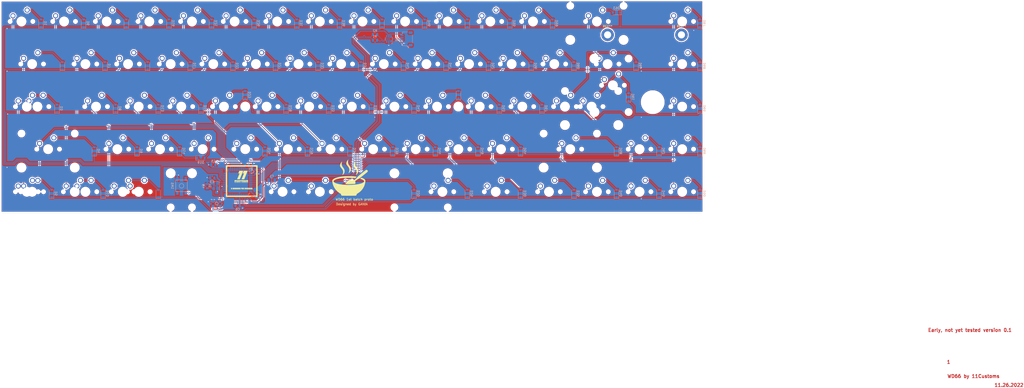
<source format=kicad_pcb>
(kicad_pcb (version 20240108) (generator "pcbnew") (generator_version "8.0")
  (layers (0 "F.Cu" signal) (31 "B.Cu" signal) (34 "B.Paste" user) (35 "F.Paste" user) (36 "B.SilkS" user "B.Silkscreen") (37 "F.SilkS" user "F.Silkscreen") (38 "B.Mask" user) (39 "F.Mask" user) (44 "Edge.Cuts" user))
  (net 0 "")
  (net 1 "COL0")
  (net 2 "COL1")
  (net 3 "COL10")
  (net 4 "COL11")
  (net 5 "COL12")
  (net 6 "COL13")
  (net 7 "COL14")
  (net 8 "+5V")
  (net 9 "Net-(U1-XTAL1)")
  (net 10 "COL2")
  (net 11 "COL3")
  (net 12 "COL4")
  (net 13 "COL5")
  (net 14 "COL6")
  (net 15 "COL7")
  (net 16 "COL8")
  (net 17 "COL9")
  (net 18 "GND")
  (net 19 "Net-(U1-XTAL2)")
  (net 20 "Net-(U1-UCAP)")
  (net 21 "Net-(D1-A)")
  (net 22 "Net-(D2-A)")
  (net 23 "Net-(D3-A)")
  (net 24 "Net-(D4-A)")
  (net 25 "Net-(D5-A)")
  (net 26 "Net-(D6-A)")
  (net 27 "Net-(D7-A)")
  (net 28 "Net-(D8-A)")
  (net 29 "Net-(D9-A)")
  (net 30 "Net-(D10-A)")
  (net 31 "Net-(D11-A)")
  (net 32 "Net-(D12-A)")
  (net 33 "Net-(D13-A)")
  (net 34 "Net-(D15-A)")
  (net 35 "Net-(D16-A)")
  (net 36 "Net-(D17-A)")
  (net 37 "Net-(D18-A)")
  (net 38 "Net-(D19-A)")
  (net 39 "Net-(D20-A)")
  (net 40 "Net-(D21-A)")
  (net 41 "Net-(D22-A)")
  (net 42 "Net-(D23-A)")
  (net 43 "Net-(D24-A)")
  (net 44 "Net-(D25-A)")
  (net 45 "Net-(D26-A)")
  (net 46 "Net-(D27-A)")
  (net 47 "Net-(D28-A)")
  (net 48 "Net-(D29-A)")
  (net 49 "Net-(D31-A)")
  (net 50 "Net-(D32-A)")
  (net 51 "Net-(D33-A)")
  (net 52 "Net-(D34-A)")
  (net 53 "Net-(D36-A)")
  (net 54 "Net-(D37-A)")
  (net 55 "Net-(D38-A)")
  (net 56 "Net-(D39-A)")
  (net 57 "Net-(D41-A)")
  (net 58 "Net-(D42-A)")
  (net 59 "Net-(D43-A)")
  (net 60 "Net-(D44-A)")
  (net 61 "Net-(D46-A)")
  (net 62 "Net-(D47-A)")
  (net 63 "Net-(D48-A)")
  (net 64 "Net-(D49-A)")
  (net 65 "Net-(D51-A)")
  (net 66 "Net-(D52-A)")
  (net 67 "Net-(D53-A)")
  (net 68 "Net-(D54-A)")
  (net 69 "Net-(D55-A)")
  (net 70 "Net-(D56-A)")
  (net 71 "Net-(D57-A)")
  (net 72 "Net-(D58-A)")
  (net 73 "Net-(D59-A)")
  (net 74 "Net-(D60-A)")
  (net 75 "Net-(D61-A)")
  (net 76 "Net-(D62-A)")
  (net 77 "Net-(D63-A)")
  (net 78 "Net-(D64-A)")
  (net 79 "ROW0")
  (net 80 "ROW1")
  (net 81 "ROW2")
  (net 82 "ROW3")
  (net 83 "ROW4")
  (net 84 "Net-(D67-A)")
  (net 85 "Net-(D68-A)")
  (net 86 "Net-(U1-~{RESET})")
  (net 87 "Net-(U1-~{HWB}/PE2)")
  (net 91 "D+")
  (net 92 "D-")
  (net 93 "VBUS")
  (net 96 "Net-(D30-A)")
  (net 97 "Net-(D35-A)")
  (net 98 "Net-(D40-A)")
  (net 99 "Net-(D45-A)")
  (net 100 "Net-(D50-A)")
  (net 101 "Net-(D65-A)")
  (net 102 "Net-(D66-A)")
  (net 103 "Net-(D14-A)")
  (footprint "MX_Only:MXOnly-2.25U-NoLED" (layer "F.Cu") (at 323.85 278.60625)
    (property "Reference" "MX61")
    (property "Value" "MX-NoLED")
  )
  (footprint "MX_Only:MXOnly-1U-NoLED" (layer "F.Cu") (at 283.36875 297.65625)
    (property "Reference" "MX54")
    (property "Value" "MX-NoLED")
  )
  (footprint "MX_Only:MXOnly-1.5U-NoLED" (layer "F.Cu") (at 73.81875 316.70625)
    (property "Reference" "MX69")
    (property "Value" "MX-NoLED")
  )
  (footprint "MX_Only:MXOnly-1U-NoLED" (layer "F.Cu") (at 102.39375 278.60625)
    (property "Reference" "MX8")
    (property "Value" "MX-NoLED")
  )
  (footprint "MX_Only:MXOnly-1U-NoLED" (layer "F.Cu") (at 188.11875 297.65625)
    (property "Reference" "MX29")
    (property "Value" "MX-NoLED")
  )
  (footprint "MX_Only:MXOnly-1.75U-NoLED" (layer "F.Cu") (at 76.2 278.60625)
    (property "Reference" "MX3")
    (property "Value" "MX-NoLED")
  )
  (footprint "MX_Only:MXOnly-1.25U-NoLED" (layer "F.Cu") (at 71.4375 316.70625)
    (property "Reference" "MX5")
    (property "Value" "MX-NoLED")
  )
  (footprint "MX_Only:MXOnly-1U-NoLED" (layer "F.Cu") (at 183.35625 240.50625)
    (property "Reference" "MX31")
    (property "Value" "MX-NoLED")
  )
  (footprint "MX_Only:MXOnly-1.5U-NoLED" (layer "F.Cu") (at 121.44375 316.70625)
    (property "Reference" "MX71")
    (property "Value" "MX-NoLED")
  )
  (footprint "MX_Only:MXOnly-1.25U-NoLED" (layer "F.Cu") (at 114.3 316.70625)
    (property "Reference" "MX15")
    (property "Value" "MX-NoLED")
  )
  (footprint "MX_Only:MXOnly-1U-NoLED" (layer "F.Cu") (at 307.18125 259.55625)
    (property "Reference" "MX60")
    (property "Value" "MX-NoLED")
  )
  (footprint "MX_Only:MXOnly-1U-NoLED" (layer "F.Cu") (at 121.44375 278.60625)
    (property "Reference" "MX13")
    (property "Value" "MX-NoLED")
  )
  (footprint "MX_Only:MXOnly-1U-NoLED" (layer "F.Cu") (at 178.59375 278.60625)
    (property "Reference" "MX28")
    (property "Value" "MX-NoLED")
  )
  (footprint "" (layer "F.Cu") (at 169.06875 278.60625)
    (property "Reference" "")
    (property "Value" "")
  )
  (footprint "MX_Only:MXOnly-1U-NoLED" (layer "F.Cu") (at 269.08125 259.55625)
    (property "Reference" "MX52")
    (property "Value" "MX-NoLED")
  )
  (footprint "MX_Only:MXOnly-1U-NoLED" (layer "F.Cu") (at 250.03125 259.55625)
    (property "Reference" "MX47")
    (property "Value" "MX-NoLED")
  )
  (footprint "LOGO" (layer "F.Cu") (at 215.9 310.35625)
    (property "Reference" "G***" (hide yes))
    (property "Value" "LOGO" (hide yes))
  )
  (footprint "MX_Only:MXOnly-1U-NoLED" (layer "F.Cu") (at 345.28125 316.70625)
    (property "Reference" "MX45")
    (property "Value" "MX-NoLED")
  )
  (footprint "MX_Only:MXOnly-1.25U-NoLED" (layer "F.Cu") (at 257.175 316.70625)
    (property "Reference" "MX25")
    (property "Value" "MX-NoLED")
  )
  (footprint "MX_Only:MXOnly-1U-NoLED" (layer "F.Cu") (at 192.88125 259.55625)
    (property "Reference" "MX32")
    (property "Value" "MX-NoLED")
  )
  (footprint "MX_Only:MXOnly-1U-NoLED" (layer "F.Cu") (at 202.40625 240.50625)
    (property "Reference" "MX36")
    (property "Value" "MX-NoLED")
  )
  (footprint "MX_Only:MXOnly-1U-NoLED" (layer "F.Cu") (at 364.33125 316.70625)
    (property "Reference" "MX50")
    (property "Value" "MX-NoLED")
  )
  (footprint "" (layer "F.Cu") (at 351.159775 276.617922)
    (property "Reference" "")
    (property "Value" "")
  )
  (footprint "" (layer "F.Cu") (at 264.31875 278.60625)
    (property "Reference" "")
    (property "Value" "")
  )
  (footprint "MX_Only:MXOnly-1.5U-NoLED" (layer "F.Cu") (at 330.99375 259.55625)
    (property "Reference" "MX64")
    (property "Value" "MX-NoLED")
  )
  (footprint "MX_Only:MXOnly-1U-NoLED" (layer "F.Cu") (at 207.16875 297.65625)
    (property "Reference" "MX34")
    (property "Value" "MX-NoLED")
  )
  (footprint "MX_Only:MXOnly-1U-NoLED" (layer "F.Cu") (at 264.31875 297.65625)
    (property "Reference" "MX49")
    (property "Value" "MX-NoLED")
  )
  (footprint "MX_Only:MXOnly-2.25U-NoLED" (layer "F.Cu") (at 314.325 297.65625)
    (property "Reference" "MX58")
    (property "Value" "MX-NoLED")
  )
  (footprint "MX_Only:MXOnly-1U-NoLED" (layer "F.Cu") (at 135.73125 259.55625)
    (property "Reference" "MX17")
    (property "Value" "MX-NoLED")
  )
  (footprint "MX_Only:MXOnly-1U-NoLED" (layer "F.Cu") (at 240.50625 240.50625)
    (property "Reference" "MX46")
    (property "Value" "MX-NoLED")
  )
  (footprint "MX_Only:MXOnly-1U-NoLED" (layer "F.Cu") (at 345.28125 297.65625)
    (property "Reference" "MX62")
    (property "Value" "MX-NoLED")
  )
  (footprint "MX_Only:MXOnly-1U-NoLED" (layer "F.Cu") (at 88.10625 240.50625)
    (property "Reference" "MX6")
    (property "Value" "MX-NoLED")
  )
  (footprint "MX_Only:MXOnly-1.25U-NoLED" (layer "F.Cu") (at 280.9875 316.70625)
    (property "Reference" "MX30")
    (property "Value" "MX-NoLED")
  )
  (footprint "MX_Only:MXOnly-1U-NoLED" (layer "F.Cu") (at 97.63125 316.70625)
    (property "Reference" "MX70")
    (property "Value" "MX-NoLED")
  )
  (footprint "MountingHole:MountingHole_3.2mm_M3_DIN965_Pad_TopBottom" (layer "F.Cu") (at 364 246.5)
    (property "Reference" "REF**")
    (property "Value" "MountingHole_3.2mm_M3_DIN965_Pad_TopBottom")
  )
  (footprint "MX_Only:MXOnly-1U-NoLED" (layer "F.Cu") (at 364.33125 297.65625)
    (property "Reference" "MX66")
    (property "Value" "MX-NoLED")
  )
  (footprint "MX_Only:MXOnly-1U-NoLED" (layer "F.Cu") (at 226.21875 297.65625)
    (property "Reference" "MX39")
    (property "Value" "MX-NoLED")
  )
  (footprint "MX_Only:MXOnly-1U-NoLED" (layer "F.Cu") (at 221.45625 240.50625)
    (property "Reference" "MX41")
    (property "Value" "MX-NoLED")
  )
  (footprint "MX_Only:MXOnly-6.25U-ReversedStabilizers-NoLED" (layer "F.Cu") (at 185.7375 316.70625)
    (property "Reference" "MX20")
    (property "Value" "MX-NoLED")
  )
  (footprint "MX_Only:MXOnly-1U-NoLED" (layer "F.Cu") (at 130.96875 297.65625)
    (property "Reference" "MX14")
    (property "Value" "MX-NoLED")
  )
  (footprint "MountingHole:MountingHole_3.2mm_M3_DIN965_Pad_TopBottom" (layer "F.Cu") (at 331 246.5)
    (property "Reference" "REF**")
    (property "Value" "MountingHole_3.2mm_M3_DIN965_Pad_TopBottom")
  )
  (footprint "MX_Only:MXOnly-1U-NoLED" (layer "F.Cu") (at 116.68125 259.55625)
    (property "Reference" "MX12")
    (property "Value" "MX-NoLED")
  )
  (footprint "MX_Only:MXOnly-1U-NoLED" (layer "F.Cu") (at 364.33125 240.50625)
    (property "Reference" "MX67")
    (property "Value" "MX-NoLED")
  )
  (footprint "marbastlib-mx:SW_MX_1.75u_stp" (layer "F.Cu") (at 71.4375 278.60625)
    (property "Reference" "MX73" (hide yes))
    (property "Value" "MX-NoLED" (hide yes))
  )
  (footprint "MX_Only:MXOnly-1U-NoLED" (layer "F.Cu") (at 111.91875 297.65625)
    (property "Reference" "MX9")
    (property "Value" "MX-NoLED")
  )
  (footprint "MX_Only:MXOnly-1.25U-NoLED" (layer "F.Cu") (at 304.8 316.70625)
    (property "Reference" "MX35")
    (property "Value" "MX-NoLED")
  )
  (footprint "MX_Only:MXOnly-1U-NoLED" (layer "F.Cu") (at 92.86875 316.70625)
    (property "Reference" "MX10")
    (property "Value" "MX-NoLED")
  )
  (footprint "MX_Only:MXOnly-1U-NoLED" (layer "F.Cu") (at 326.23125 316.70625)
    (property "Reference" "MX40")
    (property "Value" "MX-NoLED")
  )
  (footprint "MX_Only:MXOnly-1U-NoLED" (layer "F.Cu") (at 197.64375 278.60625)
    (property "Reference" "MX33")
    (property "Value" "MX-NoLED")
  )
  (footprint "LOGO" (layer "F.Cu") (at 167.48125 311.94375)
    (property "Reference" "G***" (hide yes))
    (property "Value" "LOGO" (hide yes))
  )
  (footprint "MX_Only:MXOnly-2U-NoLED" (layer "F.Cu") (at 326.23125 240.50625)
    (property "Reference" "MX63")
    (property "Value" "MX-NoLED")
  )
  (footprint "MX_Only:MXOnly-1.5U-NoLED" (layer "F.Cu") (at 73.81875 259.55625)
    (property "Reference" "MX2")
    (property "Value" "MX-NoLED")
  )
  (footprint "MX_Only:MXOnly-1U-NoLED" (layer "F.Cu") (at 169.06875 297.65625)
    (property "Reference" "MX24")
    (property "Value" "MX-NoLED")
  )
  (footprint "MX_Only:MXOnly-1U-NoLED" (layer "F.Cu") (at 245.26875 297.65625)
    (property "Reference" "MX44")
    (property "Value" "MX-NoLED")
  )
  (footprint "MX_Only:MXOnly-1U-NoLED" (layer "F.Cu") (at 150.01875 297.65625)
    (property "Reference" "MX19")
    (property "Value" "MX-NoLED")
  )
  (footprint "MX_Only:MXOnly-1U-NoLED" (layer "F.Cu") (at 216.69375 278.60625)
    (property "Reference" "MX38")
    (property "Value" "MX-NoLED")
  )
  (footprint "MX_Only:MXOnly-7U-ReversedStabilizers-NoLED" (layer "F.Cu") (at 202.40625 316.70625)
    (property "Reference" "MX72")
    (property "Value" "MX-NoLED")
  )
  (footprint "MX_Only:MXOnly-1U-NoLED" (layer "F.Cu") (at 364.33125 259.55625)
    (property "Reference" "MX68")
    (property "Value" "MX-NoLED")
  )
  (footprint "MX_Only:MXOnly-1U-NoLED" (layer "F.Cu") (at 259.55625 240.50625)
    (property "Reference" "MX51")
    (property "Value" "MX-NoLED")
  )
  (footprint "MX_Only:MXOnly-1U-NoLED" (layer "F.Cu") (at 311.94375 278.60625)
    (property "Reference" "MX75")
    (property "Value" "MX-NoLED")
  )
  (footprint "MX_Only:MXOnly-1U-NoLED" (layer "F.Cu") (at 288.13125 259.55625)
    (property "Reference" "MX56")
    (property "Value" "MX-NoLED")
  )
  (footprint "MX_Only:MXOnly-1U-NoLED" (layer "F.Cu") (at 230.98125 259.55625)
    (property "Reference" "MX42")
    (property "Value" "MX-NoLED")
  )
  (footprint "MX_Only:MXOnly-1U-NoLED" (layer "F.Cu") (at 235.74375 278.60625)
    (property "Reference" "MX43")
    (property "Value" "MX-NoLED")
  )
  (footprint "MX_Only:MXOnly-1U-NoLED" (layer "F.Cu") (at 154.78125 259.55625)
    (property "Reference" "MX22")
    (property "Value" "MX-NoLED")
  )
  (footprint "MX_Only:MXOnly-1U-NoLED" (layer "F.Cu") (at 273.84375 278.60625)
    (property "Reference" "MX53")
    (property "Value" "MX-NoLED")
  )
  (footprint "MX_Only:MXOnly-1U-NoLED" (layer "F.Cu") (at 364.33125 278.60625)
    (property "Reference" "MX65")
    (property "Value" "MX-NoLED")
  )
  (footprint "MX_Only:MXOnly-2.25U-NoLED" (layer "F.Cu") (at 80.9625 297.65625)
    (property "Reference" "MX4")
    (property "Value" "MX-NoLED")
  )
  (footprint "MX_Only:MXOnly-1U-NoLED" (layer "F.Cu") (at 97.63125 259.55625)
    (property "Reference" "MX7")
    (property "Value" "MX-NoLED")
  )
  (footprint "MX_Only:MXOnly-1U-NoLED" (layer "F.Cu") (at 278.60625 240.50625)
    (property "Reference" "MX55")
    (property "Value" "MX-NoLED")
  )
  (footprint "MX_Only:MXOnly-1U-NoLED" (layer "F.Cu") (at 159.54375 278.60625)
    (property "Reference" "MX23")
    (property "Value" "MX-NoLED")
  )
  (footprint "MX_Only:MXOnly-1U-NoLED" (layer "F.Cu") (at 126.20625 240.50625)
    (property "Reference" "MX16")
    (property "Value" "MX-NoLED")
  )
  (footprint "MX_Only:MXOnly-ISO-ReversedStabilizers-NoLED" (layer "F.Cu") (at 333.375 269.08125)
    (property "Reference" "MX74")
    (property "Value" "MX-NoLED")
  )
  (footprint "MX_Only:MXOnly-1U-NoLED" (layer "F.Cu") (at 140.49375 278.60625)
    (property "Reference" "MX18")
    (property "Value" "MX-NoLED")
  )
  (footprint "MX_Only:MXOnly-1U-NoLED" (layer "F.Cu") (at 211.93125 259.55625)
    (property "Reference" "MX37")
    (property "Value" "MX-NoLED")
  )
  (footprint "MX_Only:MXOnly-1U-NoLED" (layer "F.Cu") (at 254.79375 278.60625)
    (property "Reference" "MX48")
    (property "Value" "MX-NoLED")
  )
  (footprint "MX_Only:MXOnly-1U-NoLED" (layer "F.Cu") (at 297.65625 240.50625)
    (property "Reference" "MX59")
    (property "Value" "MX-NoLED")
  )
  (footprint "MX_Only:MXOnly-1U-NoLED" (layer "F.Cu") (at 164.30625 240.50625)
    (property "Reference" "MX26")
    (property "Value" "MX-NoLED")
  )
  (footprint "MX_Only:MXOnly-1U-NoLED" (layer "F.Cu") (at 145.25625 240.50625)
    (property "Reference" "MX21")
    (property "Value" "MX-NoLED")
  )
  (footprint "MX_Only:MXOnly-1U-NoLED" (layer "F.Cu") (at 292.89375 278.60625)
    (property "Reference" "MX57")
    (property "Value" "MX-NoLED")
  )
  (footprint "MX_Only:MXOnly-1U-NoLED" (layer "F.Cu") (at 173.83125 259.55625)
    (property "Reference" "MX27")
    (property "Value" "MX-NoLED")
  )
  (footprint "MX_Only:MXOnly-1U-NoLED" (layer "F.Cu") (at 69.05625 240.50625)
    (property "Reference" "MX1")
    (property "Value" "MX-NoLED")
  )
  (footprint "MX_Only:MXOnly-1U-NoLED" (layer "F.Cu") (at 107.15625 240.50625)
    (property "Reference" "MX11")
    (property "Value" "MX-NoLED")
  )
  (footprint "Diode_SMD:D_SOD-123" (layer "B.Cu") (at 139.7 298.45 90)
    (property "Reference" "D14")
    (property "Value" "D_Small")
  )
  (footprint "Diode_SMD:D_SOD-123" (layer "B.Cu") (at 163.5125 260.35 90)
    (property "Reference" "D22")
    (property "Value" "D_Small")
  )
  (footprint "Diode_SMD:D_SOD-123" (layer "B.Cu") (at 125.4125 260.35 90)
    (property "Reference" "D12" (hide yes))
    (property "Value" "D_Small")
  )
  (footprint "Diode_SMD:D_SOD-123" (layer "B.Cu") (at 258.7625 260.35 90)
    (property "Reference" "D47")
    (property "Value" "D_Small")
  )
  (footprint "Resistor_SMD:R_0805_2012Metric" (layer "B.Cu") (at 157.82925 322.10375 -90)
    (property "Reference" "R3" (hide yes))
    (property "Value" "10k")
  )
  (footprint "Diode_SMD:D_SOD-123" (layer "B.Cu") (at 264.31875 273.304 90)
    (property "Reference" "D48" (hide yes))
    (property "Value" "D_Small")
  )
  (footprint "Diode_SMD:D_SOD-123" (layer "B.Cu") (at 277.8125 260.35 90)
    (property "Reference" "D52")
    (property "Value" "D_Small")
  )
  (footprint "Diode_SMD:D_SOD-123" (layer "B.Cu") (at 196.85 298.45 90)
    (property "Reference" "D29")
    (property "Value" "D_Small")
  )
  (footprint "Crystal:Crystal_SMD_3225-4Pin_3.2x2.5mm" (layer "B.Cu") (at 155.79 314.114 -90)
    (property "Reference" "Y1")
    (property "Value" "16MHz")
  )
  (footprint "Capacitor_SMD:C_0805_2012Metric" (layer "B.Cu") (at 173.863 307.721 -90)
    (property "Reference" "C2")
    (property "Value" "0.1uF")
  )
  (footprint "Diode_SMD:D_SOD-123" (layer "B.Cu") (at 239.7125 260.35 90)
    (property "Reference" "D42")
    (property "Value" "D_Small")
  )
  (footprint "Diode_SMD:D_SOD-123" (layer "B.Cu") (at 372.237 241.3 90)
    (property "Reference" "D67")
    (property "Value" "D_Small")
  )
  (footprint "Diode_SMD:D_SOD-123" (layer "B.Cu") (at 343.69375 260.35 90)
    (property "Reference" "D64")
    (property "Value" "D_Small")
  )
  (footprint "Diode_SMD:D_SOD-123" (layer "B.Cu") (at 96.8375 241.3 90)
    (property "Reference" "D6")
    (property "Value" "D_Small")
  )
  (footprint "Diode_SMD:D_SOD-123" (layer "B.Cu") (at 84.93125 279.4 90)
    (property "Reference" "D3")
    (property "Value" "D_Small")
  )
  (footprint "Diode_SMD:D_SOD-123" (layer "B.Cu") (at 334.9625 317.5 90)
    (property "Reference" "D40")
    (property "Value" "D_Small")
  )
  (footprint "Diode_SMD:D_SOD-123" (layer "B.Cu") (at 144.4625 260.35 90)
    (property "Reference" "D17")
    (property "Value" "D_Small")
  )
  (footprint "Diode_SMD:D_SOD-123" (layer "B.Cu") (at 182.5625 260.35 90)
    (property "Reference" "D27")
    (property "Value" "D_Small")
  )
  (footprint "Diode_SMD:D_SOD-123" (layer "B.Cu") (at 372.26875 317.5 90)
    (property "Reference" "D50")
    (property "Value" "D_Small")
  )
  (footprint "Diode_SMD:D_SOD-123" (layer "B.Cu") (at 372.26875 279.4 90)
    (property "Reference" "D65")
    (property "Value" "D_Small")
  )
  (footprint "Diode_SMD:D_SOD-123" (layer "B.Cu") (at 292.1 298.45 90)
    (property "Reference" "D54")
    (property "Value" "D_Small")
  )
  (footprint "Diode_SMD:D_SOD-123" (layer "B.Cu") (at 354.0125 317.5 90)
    (property "Reference" "D45")
    (property "Value" "D_Small")
  )
  (footprint "Diode_SMD:D_SOD-123" (layer "B.Cu") (at 335 236.5 180)
    (property "Reference" "D63")
    (property "Value" "D_Small")
  )
  (footprint "Diode_SMD:D_SOD-123" (layer "B.Cu") (at 225.425 279.4 90)
    (property "Reference" "D38")
    (property "Value" "D_Small")
  )
  (footprint "Resistor_SMD:R_0805_2012Metric" (layer "B.Cu") (at 171.45 304.8)
    (property "Reference" "R4")
    (property "Value" "10k")
  )
  (footprint "marbastlib-various:SOT-23-6-routable" (layer "B.Cu") (at 233.2325 248.313999 90)
    (property "Reference" "U2")
    (property "Value" "SRV05-4")
  )
  (footprint "Diode_SMD:D_SOD-123" (layer "B.Cu") (at 120.65 298.45 90)
    (property "Reference" "D9")
    (property "Value" "D_Small")
  )
  (footprint "Diode_SMD:D_SOD-123" (layer "B.Cu") (at 215.9 298.45 90)
    (property "Reference" "D34")
    (property "Value" "D_Small")
  )
  (footprint "Diode_SMD:D_SOD-123" (layer "B.Cu") (at 77.7875 241.3 90)
    (property "Reference" "D1")
    (property "Value" "D_Small")
  )
  (footprint "Fuse:Fuse_1206_3216Metric" (layer "B.Cu") (at 180.848 311.531 180)
    (property "Reference" "F1")
    (property "Value" "500mA")
  )
  (footprint "Diode_SMD:D_SOD-123" (layer "B.Cu") (at 230.1875 241.3 90)
    (property "Reference" "D41" (hide yes))
    (property "Value" "D_Small")
  )
  (footprint "Diode_SMD:D_SOD-123" (layer "B.Cu") (at 234.95 298.45 90)
    (property "Reference" "D39")
    (property "Value" "D_Small")
  )
  (footprint "Diode_SMD:D_SOD-123" (layer "B.Cu") (at 315.9125 260.35 90)
    (property "Reference" "D60")
    (property "Value" "D_Small")
  )
  (footprint "Diode_SMD:D_SOD-123" (layer "B.Cu") (at 134.9375 241.3 90)
    (property "Reference" "D16")
    (property "Value" "D_Small")
  )
  (footprint "Diode_SMD:D_SOD-123" (layer "B.Cu") (at 296.8625 260.35 90)
    (property "Reference" "D56")
    (property "Value" "D_Small")
  )
  (footprint "Diode_SMD:D_SOD-123" (layer "B.Cu") (at 211.1375 241.3 90)
    (property "Reference" "D36")
    (property "Value" "D_Small")
  )
  (footprint "Diode_SMD:D_SOD-123" (layer "B.Cu") (at 105.56875 317.5 90)
    (property "Reference" "D10")
    (property "Value" "D_Small")
  )
  (footprint "Capacitor_SMD:C_0805_2012Metric" (layer "B.Cu") (at 152.068 314.198 -90)
    (property "Reference" "C4")
    (property "Value" "22pF")
  )
  (footprint "Diode_SMD:D_SOD-123" (layer "B.Cu") (at 292.1 317.5 90)
    (property "Reference" "D30")
    (property "Value" "D_Small")
  )
  (footprint "Capacitor_SMD:C_0805_2012Metric" (layer "B.Cu") (at 174.254618 318.391789 90)
    (property "Reference" "C7")
    (property "Value" "10uF")
  )
  (footprint "Diode_SMD:D_SOD-123" (layer "B.Cu") (at 268.2875 317.5 90)
    (property "Reference" "D25")
    (property "Value" "D_Small")
  )
  (footprint "Diode_SMD:D_SOD-123" (layer "B.Cu") (at 244.475 279.4 90)
    (property "Reference" "D43")
    (property "Value" "D_Small")
  )
  (footprint "Diode_SMD:D_SOD-123" (layer "B.Cu") (at 254 298.45 90)
    (property "Reference" "D44")
    (property "Value" "D_Small")
  )
  (footprint "Package_QFP:TQFP-44_10x10mm_P0.8mm" (layer "B.Cu") (at 165.76675 312.57875 90)
    (property "Reference" "U1" (hide yes))
    (property "Value" "ATmega32U4-A")
  )
  (footprint "Diode_SMD:D_SOD-123" (layer "B.Cu") (at 87.3125 260.35 90)
    (property "Reference" "D2" (hide yes))
    (property "Value" "D_Small")
  )
  (footprint "Capacitor_SMD:C_0805_2012Metric" (layer "B.Cu") (at 154.65425 322.10375 90)
    (property "Reference" "C1")
    (property "Value" "0.1uF")
  )
  (footprint "Diode_SMD:D_SOD-123" (layer "B.Cu") (at 201.6125 260.35 90)
    (property "Reference" "D32")
    (property "Value" "D_Small")
  )
  (footprint "Diode_SMD:D_SOD-123" (layer "B.Cu") (at 334.9625 298.45 90)
    (property "Reference" "D58")
    (property "Value" "D_Small")
  )
  (footprint "Diode_SMD:D_SOD-123" (layer "B.Cu") (at 130.175 317.5 90)
    (property "Reference" "D15" (hide yes))
    (property "Value" "D_Small")
  )
  (footprint "Diode_SMD:D_SOD-123" (layer "B.Cu") (at 301.625 279.4 90)
    (property "Reference" "D57")
    (property "Value" "D_Small")
  )
  (footprint "Diode_SMD:D_SOD-123" (layer "B.Cu") (at 287.274 241.3 90)
    (property "Reference" "D55")
    (property "Value" "D_Small")
  )
  (footprint "random-keyboard-parts:SKQG-1155865" (layer "B.Cu") (at 140.589 314.071 90)
    (property "Reference" "SW1")
    (property "Value" "SW_Push")
  )
  (footprint "Diode_SMD:D_SOD-123" (layer "B.Cu") (at 177.8 298.45 90)
    (property "Reference" "D24")
    (property "Value" "D_Small")
  )
  (footprint "Diode_SMD:D_SOD-123" (layer "B.Cu") (at 130.175 279.4 90)
    (property "Reference" "D13")
    (property "Value" "D_Small")
  )
  (footprint "Diode_SMD:D_SOD-123" (layer "B.Cu") (at 106.3625 260.35 90)
    (property "Reference" "D7")
    (property "Value" "D_Small")
  )
  (footprint "Diode_SMD:D_SOD-123" (layer "B.Cu") (at 372.26875 260.35 90)
    (property "Reference" "D68")
    (property "Value" "D_Small")
  )
  (footprint "Capacitor_SMD:C_0805_2012Metric" (layer "B.Cu") (at 154.813 304.673 180)
    (property "Reference" "C5")
    (property "Value" "0.1uF")
  )
  (footprint "Diode_SMD:D_SOD-123" (layer "B.Cu") (at 187.325 279.4 90)
    (property "Reference" "D28")
    (property "Value" "D_Small")
  )
  (footprint "Diode_SMD:D_SOD-123" (layer "B.Cu") (at 273.05 298.45 90)
    (property "Reference" "D49")
    (property "Value" "D_Small")
  )
  (footprint "Diode_SMD:D_SOD-123" (layer "B.Cu") (at 169.037 273.304 90)
    (property "Reference" "D23")
    (property "Value" "D_Small")
  )
  (footprint "Diode_SMD:D_SOD-123" (layer "B.Cu") (at 220.6625 260.35 90)
    (property "Reference" "D37")
    (property "Value" "D_Small")
  )
  (footprint "Connector_JST:JST_SH_SM04B-SRSS-TB_1x04-1MP_P1.00mm_Horizontal" (layer "B.Cu") (at 241.1065 248.313999 -90)
    (property "Reference" "J1")
    (property "Value" "JST SH 4-pin")
  )
  (footprint "Diode_SMD:D_SOD-123" (layer "B.Cu") (at 206.375 279.4 90)
    (property "Reference" "D33")
    (property "Value" "D_Small")
  )
  (footprint "Diode_SMD:D_SOD-123" (layer "B.Cu") (at 306.324 241.3 90)
    (property "Reference" "D59")
    (property "Value" "D_Small")
  )
  (footprint "Diode_SMD:D_SOD-123" (layer "B.Cu") (at 354.0125 298.45 90)
    (property "Reference" "D62")
    (property "Value" "D_Small")
  )
  (footprint "Resistor_SMD:R_0805_2012Metric" (layer "B.Cu") (at 227.073 246.371749 180)
    (property "Reference" "R2")
    (property "Value" "22")
  )
  (footprint "Capacitor_SMD:C_0805_2012Metric" (layer "B.Cu") (at 165.6715 322.8975)
    (property "Reference" "C6")
    (property "Value" "1uf")
  )
  (footprint "Diode_SMD:D_SOD-123" (layer "B.Cu") (at 82.55 317.5 90)
    (property "Reference" "D5")
    (property "Value" "D_Small")
  )
  (footprint "Diode_SMD:D_SOD-123" (layer "B.Cu") (at 315.9125 317.5 90)
    (property "Reference" "D35")
    (property "Value" "D_Small")
  )
  (footprint "Diode_SMD:D_SOD-123" (layer "B.Cu") (at 111.125 279.4 90)
    (property "Reference" "D8")
    (property "Value" "D_Small")
  )
  (footprint "Diode_SMD:D_SOD-123" (layer "B.Cu") (at 149.225 301.625)
    (property "Reference" "D19")
    (property "Value" "D_Small")
  )
  (footprint "Capacitor_SMD:C_0805_2012Metric" (layer "B.Cu") (at 154.3025 310.58025)
    (property "Reference" "C3")
    (property "Value" "22pF")
  )
  (footprint "Diode_SMD:D_SOD-123" (layer "B.Cu") (at 153.9875 241.3 90)
    (property "Reference" "D21")
    (property "Value" "D_Small")
  )
  (footprint "Diode_SMD:D_SOD-123" (layer "B.Cu") (at 149.225 279.4 90)
    (property "Reference" "D18")
    (property "Value" "D_Small")
  )
  (footprint "Diode_SMD:D_SOD-123" (layer "B.Cu") (at 268.2875 241.3 90)
    (property "Reference" "D51" (hide yes))
    (property "Value" "D_Small")
  )
  (footprint "Diode_SMD:D_SOD-123" (layer "B.Cu") (at 173.0375 241.3 90)
    (property "Reference" "D26")
    (property "Value" "D_Small")
  )
  (footprint "Diode_SMD:D_SOD-123" (layer "B.Cu") (at 282.575 279.4 90)
    (property "Reference" "D53")
    (property "Value" "D_Small")
  )
  (footprint "Diode_SMD:D_SOD-123" (layer "B.Cu") (at 192.0875 241.3 90)
    (property "Reference" "D31")
    (property "Value" "D_Small")
  )
  (footprint "Diode_SMD:D_SOD-123" (layer "B.Cu") (at 244.475 317.5 90)
    (property "Reference" "D20")
    (property "Value" "D_Small")
  )
  (footprint "Diode_SMD:D_SOD-123" (layer "B.Cu") (at 101.6 298.45 90)
    (property "Reference" "D4")
    (property "Value" "D_Small")
  )
  (footprint "Diode_SMD:D_SOD-123" (layer "B.Cu") (at 115.8875 241.3 90)
    (property "Reference" "D11" (hide yes))
    (property "Value" "D_Small")
  )
  (footprint "Diode_SMD:D_SOD-123" (layer "B.Cu") (at 372.26875 298.45 90)
    (property "Reference" "D66")
    (property "Value" "D_Small")
  )
  (footprint "Diode_SMD:D_SOD-123" (layer "B.Cu") (at 340.36 274.32 90)
    (property "Reference" "D61")
    (property "Value" "D_Small")
  )
  (footprint "Diode_SMD:D_SOD-123" (layer "B.Cu") (at 249.2375 241.3 90)
    (property "Reference" "D46")
    (property "Value" "D_Small")
  )
  (footprint "Resistor_SMD:R_0805_2012Metric" (layer "B.Cu") (at 227.073 248.911749 180)
    (property "Reference" "R1")
    (property "Value" "22")
  )
  (gr_line (start 340.225065 230.980102) (end 372.26875 230.98125) (stroke (width 0.05)) (layer "Edge.Cuts"))
  (gr_arc (start 59.53125 232.56875) (mid 59.996218 231.446218) (end 61.11875 230.98125) (stroke (width 0.05)) (layer "Edge.Cuts"))
  (gr_arc (start 373.85625 324.64375) (mid 373.391282 325.766282) (end 372.26875 326.23125) (stroke (width 0.05)) (layer "Edge.Cuts"))
  (gr_line (start 59.53125 324.64375) (end 59.53125 232.56875) (stroke (width 0.05)) (layer "Edge.Cuts"))
  (gr_arc (start 61.11875 326.23125) (mid 59.996218 325.766282) (end 59.53125 324.64375) (stroke (width 0.05)) (layer "Edge.Cuts"))
  (gr_line (start 61.11875 230.98125) (end 340.225065 230.980102) (stroke (width 0.05)) (layer "Edge.Cuts"))
  (gr_line (start 373.85625 232.56875) (end 373.85625 324.64375) (stroke (width 0.05)) (layer "Edge.Cuts"))
  (gr_arc (start 372.26875 230.98125) (mid 373.391282 231.446218) (end 373.85625 232.56875) (stroke (width 0.05)) (layer "Edge.Cuts"))
  (gr_line (start 372.26875 326.23125) (end 61.11875 326.23125) (stroke (width 0.05)) (layer "Edge.Cuts"))
  (gr_text "11.26.2022" (at 510.38125 403.225 0) (layer "F.Cu") (effects (font (size 1.5 1.5) (thickness 0.3) (bold yes))))
  (gr_text "WD66 by 11Customs" (at 494.50625 399.25625 0) (layer "F.Cu") (effects (font (size 1.5 1.5) (thickness 0.3) (bold yes))))
  (gr_text "Early, not yet tested version 0.1" (at 492.91875 378.61875 0) (layer "F.Cu") (effects (font (size 1.5 1.5) (thickness 0.3) (bold yes))))
  (gr_text "1" (at 483.39375 392.90625 0) (layer "F.Cu") (effects (font (size 1.5 1.5) (thickness 0.3) (bold yes))))
  (gr_text "Designed by GAN!A" (at 216.69375 322.2625 0) (layer "F.SilkS") (effects (font (size 1 1))))
  (gr_text "WD66 1st batch proto " (at 218.186 320.13525 0) (layer "F.SilkS") (effects (font (size 1 1))))
  (segment (start 72.39 276.06625) (end 67.6275 276.06625) (width 0.25) (layer "F.Cu") (net 1))
  (segment (start 67.6275 314.16625) (end 70.00875 314.16625) (width 0.25) (layer "F.Cu") (net 1))
  (segment (start 70.00875 257.01625) (end 70.00875 273.685) (width 0.25) (layer "F.Cu") (net 1))
  (segment (start 77.1525 295.11625) (end 77.1525 305.4985) (width 0.25) (layer "F.Cu") (net 1))
  (segment (start 70.00875 312.64225) (end 70.00875 314.16625) (width 0.25) (layer "F.Cu") (net 1))
  (segment (start 65.24625 237.96625) (end 65.24625 252.25375) (width 0.25) (layer "F.Cu") (net 1))
  (segment (start 70.00875 273.685) (end 72.39 276.06625) (width 0.25) (layer "F.Cu") (net 1))
  (segment (start 67.6275 285.59125) (end 77.1525 295.11625) (width 0.25) (layer "F.Cu") (net 1))
  (segment (start 67.6275 276.06625) (end 67.6275 285.59125) (width 0.25) (layer "F.Cu") (net 1))
  (segment (start 77.1525 305.4985) (end 70.00875 312.64225) (width 0.25) (layer "F.Cu") (net 1))
  (segment (start 65.24625 252.25375) (end 70.00875 257.01625) (width 0.25) (layer "F.Cu") (net 1))
  (segment (start 163.36675 306.87875) (end 163.36675 305.09875) (width 0.25) (layer "B.Cu") (net 1))
  (segment (start 154.94 288.417) (end 83.85175 288.417) (width 0.25) (layer "B.Cu") (net 1))
  (segment (start 156.718 298.45) (end 156.718 290.195) (width 0.25) (layer "B.Cu") (net 1))
  (segment (start 163.36675 305.09875) (end 156.718 298.45) (width 0.25) (layer "B.Cu") (net 1))
  (segment (start 77.1525 295.11625) (end 76.655409 295.11625) (width 0.25) (layer "B.Cu") (net 1))
  (segment (start 156.718 290.195) (end 154.94 288.417) (width 0.25) (layer "B.Cu") (net 1))
  (segment (start 83.85175 288.417) (end 77.1525 295.11625) (width 0.25) (layer "B.Cu") (net 1))
  (segment (start 93.82125 257.01625) (end 93.82125 282.89825) (width 0.25) (layer "F.Cu") (net 2))
  (segment (start 93.82125 282.89825) (end 89.027 287.6925) (width 0.25) (layer "F.Cu") (net 2))
  (segment (start 84.29625 247.49125) (end 93.82125 257.01625) (width 0.25) (layer "F.Cu") (net 2))
  (segment (start 89.05875 314.16625) (end 93.82125 314.16625) (width 0.25) (layer "F.Cu") (net 2))
  (segment (start 84.29625 237.96625) (end 84.29625 247.49125) (width 0.25) (layer "F.Cu") (net 2))
  (segment (start 89.05875 287.72425) (end 89.05875 314.16625) (width 0.25) (layer "F.Cu") (net 2))
  (segment (start 89.027 287.6925) (end 89.05875 287.72425) (width 0.25) (layer "F.Cu") (net 2))
  (via (at 89.027 287.6925) (size 0.8) (drill 0.4) (layers "F.Cu" "B.Cu") (net 2))
  (segment (start 164.16675 305.263032) (end 157.16752 298.263802) (width 0.25) (layer "B.Cu") (net 2))
  (segment (start 89.05875 313.669159) (end 89.05875 314.16625) (width 0.25) (layer "B.Cu") (net 2))
  (segment (start 154.432 287.96748) (end 98.10248 287.96748) (width 0.25) (layer "B.Cu") (net 2))
  (segment (start 157.16752 290.008802) (end 156.845359 289.686641) (width 0.25) (layer "B.Cu") (net 2))
  (segment (start 164.16675 306.87875) (end 164.16675 305.263032) (width 0.25) (layer "B.Cu") (net 2))
  (segment (start 98.10248 287.96748) (end 89.30198 287.96748) (width 0.25) (layer "B.Cu") (net 2))
  (segment (start 156.845359 289.686641) (end 155.126197 287.96748) (width 0.25) (layer "B.Cu") (net 2))
  (segment (start 89.30198 287.96748) (end 89.027 287.6925) (width 0.25) (layer "B.Cu") (net 2))
  (segment (start 155.126197 287.96748) (end 154.432 287.96748) (width 0.25) (layer "B.Cu") (net 2))
  (segment (start 157.16752 298.263802) (end 157.16752 296.926) (width 0.25) (layer "B.Cu") (net 2))
  (segment (start 157.16752 296.926) (end 157.16752 290.008802) (width 0.25) (layer "B.Cu") (net 2))
  (segment (start 217.551 303.149) (end 220.5075 303.149) (width 0.25) (layer "F.Cu") (net 3))
  (segment (start 255.74625 247.49125) (end 265.27125 257.01625) (width 0.25) (layer "F.Cu") (net 3))
  (segment (start 272.89125 314.16625) (end 277.1775 314.16625) (width 0.25) (layer "F.Cu") (net 3))
  (segment (start 260.35 301.625) (end 272.89125 314.16625) (width 0.25) (layer "F.Cu") (net 3))
  (segment (start 260.50875 301.46625) (end 260.50875 295.11625) (width 0.25) (layer "F.Cu") (net 3))
  (segment (start 255.74625 237.96625) (end 255.74625 247.49125) (width 0.25) (layer "F.Cu") (net 3))
  (segment (start 265.27125 257.01625) (end 264.774159 257.01625) (width 0.25) (layer "F.Cu") (net 3))
  (segment (start 260.35 301.625) (end 260.50875 301.46625) (width 0.25) (layer "F.Cu") (net 3))
  (segment (start 265.27125 261.77875) (end 250.98375 276.06625) (width 0.25) (layer "F.Cu") (net 3))
  (segment (start 250.98375 285.59125) (end 260.50875 295.11625) (width 0.25) (layer "F.Cu") (net 3))
  (segment (start 250.98375 276.06625) (end 250.98375 285.59125) (width 0.25) (layer "F.Cu") (net 3))
  (segment (start 265.27125 257.01625) (end 265.27125 261.77875) (width 0.25) (layer "F.Cu") (net 3))
  (via (at 260.35 301.625) (size 0.8) (drill 0.4) (layers "F.Cu" "B.Cu") (net 3))
  (via (at 217.551 303.149) (size 0.8) (drill 0.4) (layers "F.Cu" "B.Cu") (net 3))
  (via (at 220.5075 303.149) (size 0.8) (drill 0.4) (layers "F.Cu" "B.Cu") (net 3))
  (segment (start 186.554394 302.01604) (end 183.887395 304.68304) (width 0.25) (layer "B.Cu") (net 3))
  (segment (start 181.48301 304.68304) (end 174.3873 311.77875) (width 0.25) (layer "B.Cu") (net 3))
  (segment (start 221.649074 302.01604) (end 220.516114 303.149) (width 0.25) (layer "B.Cu") (net 3))
  (segment (start 220.516114 303.149) (end 220.5075 303.149) (width 0.25) (layer "B.Cu") (net 3))
  (segment (start 260.35 301.625) (end 259.95896 302.01604) (width 0.25) (layer "B.Cu") (net 3))
  (segment (start 174.3873 311.77875) (end 171.46675 311.77875) (width 0.25) (layer "B.Cu") (net 3))
  (segment (start 260.50875 295.11625) (end 260.6675 295.275) (width 0.25) (layer "B.Cu") (net 3))
  (segment (start 259.95896 302.01604) (end 221.649074 302.01604) (width 0.25) (layer "B.Cu") (net 3))
  (segment (start 215.392 302.01604) (end 216.41804 302.01604) (width 0.25) (layer "B.Cu") (net 3))
  (segment (start 215.392 302.01604) (end 186.554394 302.01604) (width 0.25) (layer "B.Cu") (net 3))
  (segment (start 183.887395 304.68304) (end 181.48301 304.68304) (width 0.25) (layer "B.Cu") (net 3))
  (segment (start 216.41804 302.01604) (end 217.551 303.149) (width 0.25) (layer "B.Cu") (net 3))
  (segment (start 279.4 302.133) (end 291.43325 314.16625) (width 0.25) (layer "F.Cu") (net 4))
  (segment (start 291.43325 314.16625) (end 300.99 314.16625) (width 0.25) (layer "F.Cu") (net 4))
  (segment (start 274.79625 237.96625) (end 274.79625 247.49125) (width 0.25) (layer "F.Cu") (net 4))
  (segment (start 217.551 304.165) (end 220.5075 304.165) (width 0.25) (layer "F.Cu") (net 4))
  (segment (start 270.03375 276.06625) (end 270.03375 285.59125) (width 0.25) (layer "F.Cu") (net 4))
  (segment (start 270.03375 285.59125) (end 279.55875 295.11625) (width 0.25) (layer "F.Cu") (net 4))
  (segment (start 279.55875 301.97425) (end 279.55875 295.11625) (width 0.25) (layer "F.Cu") (net 4))
  (segment (start 274.79625 247.49125) (end 284.32125 257.01625) (width 0.25) (layer "F.Cu") (net 4))
  (segment (start 279.4 302.133) (end 279.55875 301.97425) (width 0.25) (layer "F.Cu") (net 4))
  (segment (start 284.32125 261.77875) (end 270.03375 276.06625) (width 0.25) (layer "F.Cu") (net 4))
  (segment (start 284.32125 257.01625) (end 284.32125 261.77875) (width 0.25) (layer "F.Cu") (net 4))
  (via (at 220.5075 304.165) (size 0.8) (drill 0.4) (layers "F.Cu" "B.Cu") (net 4))
  (via (at 217.551 304.165) (size 0.8) (drill 0.4) (layers "F.Cu" "B.Cu") (net 4))
  (via (at 279.4 302.133) (size 0.8) (drill 0.4) (layers "F.Cu" "B.Cu") (net 4))
  (segment (start 279.06744 302.46556) (end 279.4 302.133) (width 0.25) (layer "B.Cu") (net 4))
  (segment (start 186.740592 302.46556) (end 184.073593 305.132559) (width 0.25) (layer "B.Cu") (net 4))
  (segment (start 222.29844 302.46556) (end 279.06744 302.46556) (width 0.25) (layer "B.Cu") (net 4))
  (segment (start 181.669208 305.13256) (end 174.223017 312.57875) (width 0.25) (layer "B.Cu") (net 4))
  (segment (start 184.073593 305.132559) (end 181.669208 305.13256) (width 0.25) (layer "B.Cu") (net 4))
  (segment (start 220.5075 304.165) (end 220.599 304.165) (width 0.25) (layer "B.Cu") (net 4))
  (segment (start 215.578197 302.46556) (end 217.277637 304.165) (width 0.25) (layer "B.Cu") (net 4))
  (segment (start 220.599 304.165) (end 222.29844 302.46556) (width 0.25) (layer "B.Cu") (net 4))
  (segment (start 174.223017 312.57875) (end 171.46675 312.57875) (width 0.25) (layer "B.Cu") (net 4))
  (segment (start 217.277637 304.165) (end 217.551 304.165) (width 0.25) (layer "B.Cu") (net 4))
  (segment (start 215.392 302.46556) (end 215.578197 302.46556) (width 0.25) (layer "B.Cu") (net 4))
  (segment (start 215.392 302.46556) (end 186.740592 302.46556) (width 0.25) (layer "B.Cu") (net 4))
  (segment (start 217.551 305.164503) (end 217.572122 305.185625) (width 0.25) (layer "F.Cu") (net 5))
  (segment (start 303.37125 257.01625) (end 302.874159 257.01625) (width 0.25) (layer "F.Cu") (net 5))
  (segment (start 303.37125 257.01625) (end 303.37125 261.77875) (width 0.25) (layer "F.Cu") (net 5))
  (segment (start 217.572122 305.185625) (end 220.603535 305.185625) (width 0.25) (layer "F.Cu") (net 5))
  (segment (start 304.178835 295.11625) (end 310.515 295.11625) (width 0.25) (layer "F.Cu") (net 5))
  (segment (start 303.37125 261.77875) (end 289.08375 276.06625) (width 0.25) (layer "F.Cu") (net 5))
  (segment (start 310.388 301.498) (end 310.388 302.133) (width 0.25) (layer "F.Cu") (net 5))
  (segment (start 293.84625 247.49125) (end 303.37125 257.01625) (width 0.25) (layer "F.Cu") (net 5))
  (segment (start 289.08375 276.06625) (end 289.08375 280.021165) (width 0.25) (layer "F.Cu") (net 5))
  (segment (start 293.84625 237.96625) (end 293.84625 247.49125) (width 0.25) (layer "F.Cu") (net 5))
  (segment (start 289.08375 280.021165) (end 304.178835 295.11625) (width 0.25) (layer "F.Cu") (net 5))
  (segment (start 310.388 301.498) (end 310.515 301.371) (width 0.25) (layer "F.Cu") (net 5))
  (segment (start 310.515 301.371) (end 310.515 295.11625) (width 0.25) (layer "F.Cu") (net 5))
  (segment (start 310.388 302.133) (end 322.42125 314.16625) (width 0.25) (layer "F.Cu") (net 5))
  (via (at 217.551 305.164503) (size 0.8) (drill 0.4) (layers "F.Cu" "B.Cu") (net 5))
  (via (at 310.388 301.498) (size 0.8) (drill 0.4) (layers "F.Cu" "B.Cu") (net 5))
  (via (at 220.603535 305.185625) (size 0.8) (drill 0.4) (layers "F.Cu" "B.Cu") (net 5))
  (segment (start 310.007 301.879) (end 310.388 301.498) (width 0.25) (layer "B.Cu") (net 5))
  (segment (start 279.642534 302.91508) (end 280.678614 301.879) (width 0.25) (layer "B.Cu") (net 5))
  (segment (start 215.070197 302.91508) (end 217.31962 305.164503) (width 0.25) (layer "B.Cu") (net 5))
  (segment (start 186.92679 302.91508) (end 184.259789 305.58208) (width 0.25) (layer "B.Cu") (net 5))
  (segment (start 220.603535 305.176465) (end 222.86492 302.91508) (width 0.25) (layer "B.Cu") (net 5))
  (segment (start 322.42125 313.69) (end 322.42125 314.16625) (width 0.25) (layer "B.Cu") (net 5))
  (segment (start 220.603535 305.185625) (end 220.603535 305.176465) (width 0.25) (layer "B.Cu") (net 5))
  (segment (start 184.259789 305.58208) (end 181.855404 305.58208) (width 0.25) (layer "B.Cu") (net 5))
  (segment (start 222.86492 302.91508) (end 279.642534 302.91508) (width 0.25) (layer "B.Cu") (net 5))
  (segment (start 214.376 302.91508) (end 215.070197 302.91508) (width 0.25) (layer "B.Cu") (net 5))
  (segment (start 280.678614 301.879) (end 310.007 301.879) (width 0.25) (layer "B.Cu") (net 5))
  (segment (start 181.855404 305.58208) (end 174.058735 313.37875) (width 0.25) (layer "B.Cu") (net 5))
  (segment (start 214.376 302.91508) (end 186.92679 302.91508) (width 0.25) (layer "B.Cu") (net 5))
  (segment (start 217.31962 305.164503) (end 217.551 305.164503) (width 0.25) (layer "B.Cu") (net 5))
  (segment (start 174.058735 313.37875) (end 171.46675 313.37875) (width 0.25) (layer "B.Cu") (net 5))
  (segment (start 341.503 301.879) (end 341.47125 301.91075) (width 0.25) (layer "F.Cu") (net 6))
  (segment (start 320.04 276.06625) (end 320.04 279.288704) (width 0.25) (layer "F.Cu") (net 6))
  (segment (start 329.565 266.54125) (end 327.97401 266.54125) (width 0.25) (layer "F.Cu") (net 6))
  (segment (start 329.565 266.54125) (end 327.488421 264.464671) (width 0.25) (layer "F.Cu") (net 6))
  (segment (start 341.47125 301.91075) (end 341.47125 314.16625) (width 0.25) (layer "F.Cu") (net 6))
  (segment (start 341.47125 301.84725) (end 341.47125 295.11625) (width 0.25) (layer "F.Cu") (net 6))
  (segment (start 341.503 301.879) (end 341.47125 301.84725) (width 0.25) (layer "F.Cu") (net 6))
  (segment (start 320.04 274.47526) (end 320.04 276.06625) (width 0.25) (layer "F.Cu") (net 6))
  (segment (start 327.97401 266.54125) (end 320.04 274.47526) (width 0.25) (layer "F.Cu") (net 6))
  (segment (start 327.488421 256.162217) (end 327.488421 257.01625) (width 0.25) (layer "F.Cu") (net 6))
  (segment (start 320.04 279.288704) (end 335.867546 295.11625) (width 0.25) (layer "F.Cu") (net 6))
  (segment (start 335.867546 295.11625) (end 341.47125 295.11625) (width 0.25) (layer "F.Cu") (net 6))
  (segment (start 217.551 306.197) (end 220.599 306.197) (width 0.25) (layer "F.Cu") (net 6))
  (segment (start 327.488421 264.464671) (end 327.488421 257.320921) (width 0.25) (layer "F.Cu") (net 6))
  (segment (start 322.42125 237.96625) (end 322.42125 251.095046) (width 0.25) (layer "F.Cu") (net 6))
  (segment (start 322.42125 251.095046) (end 327.488421 256.162217) (width 0.25) (layer "F.Cu") (net 6))
  (segment (start 320.04 276.06625) (end 308.13375 276.06625) (width 0.25) (layer "F.Cu") (net 6))
  (via (at 217.551 306.197) (size 0.8) (drill 0.4) (layers "F.Cu" "B.Cu") (net 6))
  (via (at 341.503 301.879) (size 0.8) (drill 0.4) (layers "F.Cu" "B.Cu") (net 6))
  (via (at 220.599 306.197) (size 0.8) (drill 0.4) (layers "F.Cu" "B.Cu") (net 6))
  (segment (start 182.041601 306.0316) (end 173.894452 314.17875) (width 0.25) (layer "B.Cu") (net 6))
  (segment (start 213.868 303.3646) (end 187.112987 303.3646) (width 0.25) (layer "B.Cu") (net 6))
  (segment (start 213.868 303.3646) (end 214.7186 303.3646) (width 0.25) (layer "B.Cu") (net 6))
  (segment (start 187.112987 303.3646) (end 184.445986 306.0316) (width 0.25) (layer "B.Cu") (net 6))
  (segment (start 223.5584 303.3646) (end 279.828732 303.3646) (width 0.25) (layer "B.Cu") (net 6))
  (segment (start 280.864811 302.32852) (end 341.05348 302.32852) (width 0.25) (layer "B.Cu") (net 6))
  (segment (start 341.05348 302.32852) (end 341.503 301.879) (width 0.25) (layer "B.Cu") (net 6))
  (segment (start 220.726 306.197) (end 223.5584 303.3646) (width 0.25) (layer "B.Cu") (net 6))
  (segment (start 220.599 306.197) (end 220.726 306.197) (width 0.25) (layer "B.Cu") (net 6))
  (segment (start 214.7186 303.3646) (end 217.551 306.197) (width 0.25) (layer "B.Cu") (net 6))
  (segment (start 279.828732 303.3646) (end 280.864811 302.32852) (width 0.25) (layer "B.Cu") (net 6))
  (segment (start 173.894452 314.17875) (end 171.46675 314.17875) (width 0.25) (layer "B.Cu") (net 6))
  (segment (start 184.445986 306.0316) (end 182.041601 306.0316) (width 0.25) (layer "B.Cu") (net 6))
  (segment (start 360.52125 237.96625) (end 360.52125 314.16625) (width 0.25) (layer "F.Cu") (net 7))
  (segment (start 360.553 302.387) (end 360.52125 302.35525) (width 0.25) (layer "F.Cu") (net 7))
  (segment (start 360.52125 302.35525) (end 360.52125 295.11625) (width 0.25) (layer "F.Cu") (net 7))
  (segment (start 217.551 307.213) (end 220.599 307.213) (width 0.25) (layer "F.Cu") (net 7))
  (via (at 220.599 307.213) (size 0.8) (drill 0.4) (layers "F.Cu" "B.Cu") (net 7))
  (via (at 217.551 307.213) (size 0.8) (drill 0.4) (layers "F.Cu" "B.Cu") (net 7))
  (via (at 360.553 302.387) (size 0.8) (drill 0.4) (layers "F.Cu" "B.Cu") (net 7))
  (segment (start 217.39388 307.213) (end 217.551 307.213) (width 0.25) (layer "B.Cu") (net 7))
  (segment (start 224.006494 303.81412) (end 280.13188 303.81412) (width 0.25) (layer "B.Cu") (net 7))
  (segment (start 182.227799 306.48112) (end 184.632183 306.48112) (width 0.25) (layer "B.Cu") (net 7))
  (segment (start 281.16796 302.77804) (end 360.16196 302.77804) (width 0.25) (layer "B.Cu") (net 7))
  (segment (start 213.995 303.81412) (end 217.39388 307.213) (width 0.25) (layer "B.Cu") (net 7))
  (segment (start 169.76675 318.27875) (end 172.417 320.929) (width 0.25) (layer "B.Cu") (net 7))
  (segment (start 184.632183 306.48112) (end 187.299184 303.81412) (width 0.25) (layer "B.Cu") (net 7))
  (segment (start 280.13188 303.81412) (end 281.16796 302.77804) (width 0.25) (layer "B.Cu") (net 7))
  (segment (start 177.165 311.543919) (end 182.227799 306.48112) (width 0.25) (layer "B.Cu") (net 7))
  (segment (start 360.16196 302.77804) (end 360.553 302.387) (width 0.25) (layer "B.Cu") (net 7))
  (segment (start 220.599 307.213) (end 220.607614 307.213) (width 0.25) (layer "B.Cu") (net 7))
  (segment (start 187.299184 303.81412) (end 213.995 303.81412) (width 0.25) (layer "B.Cu") (net 7))
  (segment (start 220.607614 307.213) (end 224.006494 303.81412) (width 0.25) (layer "B.Cu") (net 7))
  (segment (start 177.165 320.929) (end 177.165 311.543919) (width 0.25) (layer "B.Cu") (net 7))
  (segment (start 172.417 320.929) (end 177.165 320.929) (width 0.25) (layer "B.Cu") (net 7))
  (segment (start 174.498 321.31) (end 169.7355 321.31) (width 0.38) (layer "F.Cu") (net 8))
  (segment (start 161.798 321.31) (end 158.623 324.485) (width 0.38) (layer "F.Cu") (net 8))
  (segment (start 176.87925 308.61) (end 176.87925 314.29325) (width 0.38) (layer "F.Cu") (net 8))
  (segment (start 176.87925 303.8475) (end 176.87925 306.67325) (width 0.38) (layer "F.Cu") (net 8))
  (segment (start 160.655 303.53) (end 156.591 303.53) (width 0.38) (layer "F.Cu") (net 8))
  (segment (start 158.623 324.485) (end 157.82925 324.485) (width 0.38) (layer "F.Cu") (net 8))
  (segment (start 169.7355 321.31) (end 164.973 321.31) (width 0.38) (layer "F.Cu") (net 8))
  (segment (start 164.084 303.53) (end 162.56 303.53) (width 0.38) (layer "F.Cu") (net 8))
  (segment (start 176.87925 303.8475) (end 176.56175 303.53) (width 0.38) (layer "F.Cu") (net 8))
  (segment (start 176.56175 303.53) (end 164.084 303.53) (width 0.38) (layer "F.Cu") (net 8))
  (segment (start 176.87925 314.29325) (end 176.87925 318.92875) (width 0.38) (layer "F.Cu") (net 8))
  (segment (start 176.87925 306.67325) (end 176.87925 308.61) (width 0.38) (layer "F.Cu") (net 8))
  (segment (start 176.87925 318.92875) (end 174.498 321.31) (width 0.38) (layer "F.Cu") (net 8))
  (segment (start 157.82925 324.485) (end 154.65425 324.485) (width 0.38) (layer "F.Cu") (net 8))
  (segment (start 176.87925 314.29325) (end 178.1175 313.055) (width 0.38) (layer "F.Cu") (net 8))
  (segment (start 164.973 321.31) (end 161.798 321.31) (width 0.38) (layer "F.Cu") (net 8))
  (segment (start 157.82925 324.485) (end 157.0355 324.485) (width 0.38) (layer "F.Cu") (net 8))
  (segment (start 178.1175 313.055) (end 179.324 313.055) (width 0.38) (layer "F.Cu") (net 8))
  (segment (start 162.56 303.53) (end 160.655 303.53) (width 0.38) (layer "F.Cu") (net 8))
  (via (at 160.655 303.53) (size 0.8) (drill 0.4) (layers "F.Cu" "B.Cu") (net 8))
  (via (at 179.324 313.055) (size 0.8) (drill 0.4) (layers "F.Cu" "B.Cu") (net 8))
  (via (at 164.973 321.31) (size 0.8) (drill 0.4) (layers "F.Cu" "B.Cu") (net 8))
  (via (at 157.0355 324.485) (size 0.8) (drill 0.4) (layers "F.Cu" "B.Cu") (net 8))
  (via (at 156.591 303.53) (size 0.8) (drill 0.4) (layers "F.Cu" "B.Cu") (net 8))
  (via (at 169.7355 321.31) (size 0.8) (drill 0.4) (layers "F.Cu" "B.Cu") (net 8))
  (via (at 175.688625 320.119375) (size 0.8) (drill 0.4) (layers "F.Cu" "B.Cu") (net 8))
  (via (at 176.87925 306.67325) (size 0.8) (drill 0.4) (layers "F.Cu" "B.Cu") (net 8))
  (via (at 154.65425 324.485) (size 0.8) (drill 0.4) (layers "F.Cu" "B.Cu") (net 8))
  (segment (start 159.131898 314.97875) (end 160.06675 314.97875) (width 0.38) (layer "B.Cu") (net 8))
  (segment (start 179.324 313.055) (end 179.324 311.655) (width 0.38) (layer "B.Cu") (net 8))
  (segment (start 171.46675 316.57875) (end 171.491579 316.57875) (width 0.38) (layer "B.Cu") (net 8))
  (segment (start 162.56675 306.87875) (end 162.56675 305.74875) (width 0.38) (layer "B.Cu") (net 8))
  (segment (start 156.56252 324.01202) (end 157.0355 324.485) (width 0.38) (layer "B.Cu") (net 8))
  (segment (start 154.65425 323.05375) (end 154.65425 324.485) (width 0.38) (layer "B.Cu") (net 8))
  (segment (start 156.591 303.53) (end 156.591 303.845) (width 0.38) (layer "B.Cu") (net 8))
  (segment (start 176.7815 306.771) (end 176.87925 306.67325) (width 0.38) (layer "B.Cu") (net 8))
  (segment (start 161.13125 304.8) (end 160.655 304.32375) (width 0.38) (layer "B.Cu") (net 8))
  (segment (start 168.96675 318.27875) (end 168.96675 320.54125) (width 0.38) (layer "B.Cu") (net 8))
  (segment (start 173.863 306.771) (end 175.961 306.771) (width 0.38) (layer "B.Cu") (net 8))
  (segment (start 164.96675 321.30375) (end 164.973 321.31) (width 0.38) (layer "B.Cu") (net 8))
  (segment (start 157.82925 321.19125) (end 157.82925 319.7225) (width 0.38) (layer "B.Cu") (net 8))
  (segment (start 168.96675 320.54125) (end 169.7355 321.31) (width 0.38) (layer "B.Cu") (net 8))
  (segment (start 171.491579 316.57875) (end 174.254618 319.341789) (width 0.38) (layer "B.Cu") (net 8))
  (segment (start 174.911039 319.341789) (end 175.688625 320.119375) (width 0.38) (layer "B.Cu") (net 8))
  (segment (start 171.46675 308.57875) (end 172.05525 308.57875) (width 0.38) (layer "B.Cu") (net 8))
  (segment (start 158.33925 319.2125) (end 158.33925 315.771398) (width 0.38) (layer "B.Cu") (net 8))
  (segment (start 179.324 311.655) (end 179.448 311.531) (width 0.38) (layer "B.Cu") (net 8))
  (segment (start 157.82925 319.7225) (end 158.33925 319.2125) (width 0.38) (layer "B.Cu") (net 8))
  (segment (start 175.961 306.771) (end 176.7815 306.771) (width 0.38) (layer "B.Cu") (net 8))
  (segment (start 172.05525 308.57875) (end 173.863 306.771) (width 0.38) (layer "B.Cu") (net 8))
  (segment (start 160.655 304.32375) (end 160.655 303.53) (width 0.38) (layer "B.Cu") (net 8))
  (segment (start 157.82925 321.19125) (end 156.56252 322.45798) (width 0.38) (layer "B.Cu") (net 8))
  (segment (start 156.591 303.845) (end 155.763 304.673) (width 0.38) (layer "B.Cu") (net 8))
  (segment (start 156.56252 322.45798) (end 156.56252 324.01202) (width 0.38) (layer "B.Cu") (net 8))
  (segment (start 158.33925 315.771398) (end 159.131898 314.97875) (width 0.38) (layer "B.Cu") (net 8))
  (segment (start 174.254618 319.341789) (end 174.911039 319.341789) (width 0.38) (layer "B.Cu") (net 8))
  (segment (start 161.618 304.8) (end 161.13125 304.8) (width 0.38) (layer "B.Cu") (net 8))
  (segment (start 164.96675 318.27875) (end 164.96675 321.30375) (width 0.38) (layer "B.Cu") (net 8))
  (segment (start 162.56675 305.74875) (end 161.618 304.8) (width 0.38) (layer "B.Cu") (net 8))
  (segment (start 156.64 311.96775) (end 155.2525 310.58025) (width 0.25) (layer "B.Cu") (net 9))
  (segment (start 156.64 313.014) (end 157.07525 312.57875) (width 0.25) (layer "B.Cu") (net 9))
  (segment (start 157.07525 312.57875) (end 160.06675 312.57875) (width 0.25) (layer "B.Cu") (net 9))
  (segment (start 156.64 313.014) (end 156.64 311.96775) (width 0.25) (layer "B.Cu") (net 9))
  (segment (start 110.49 314.16625) (end 117.63375 314.16625) (width 0.25) (layer "F.Cu") (net 10))
  (segment (start 108.10875 311.785) (end 110.49 314.16625) (width 0.25) (layer "F.Cu") (net 10))
  (segment (start 108.077 287.24298) (end 108.10875 287.27473) (width 0.25) (layer "F.Cu") (net 10))
  (segment (start 108.10875 287.27473) (end 108.10875 295.11625) (width 0.25) (layer "F.Cu") (net 10))
  (segment (start 103.34625 247.49125) (end 112.87125 257.01625) (width 0.25) (layer "F.Cu") (net 10))
  (segment (start 107.681026 287.24298) (end 108.077 287.24298) (width 0.25) (layer "F.Cu") (net 10))
  (segment (start 108.10875 295.11625) (end 108.10875 311.785) (width 0.25) (layer "F.Cu") (net 10))
  (segment (start 112.87125 261.77875) (end 98.58375 276.06625) (width 0.25) (layer "F.Cu") (net 10))
  (segment (start 112.87125 257.01625) (end 112.87125 261.77875) (width 0.25) (layer "F.Cu") (net 10))
  (segment (start 98.58375 276.06625) (end 98.58375 278.145704) (width 0.25) (layer "F.Cu") (net 10))
  (segment (start 98.58375 278.145704) (end 107.681026 287.24298) (width 0.25) (layer "F.Cu") (net 10))
  (segment (start 103.34625 237.96625) (end 103.34625 247.49125) (width 0.25) (layer "F.Cu") (net 10))
  (via (at 108.077 287.24298) (size 0.8) (drill 0.4) (layers "F.Cu" "B.Cu") (net 10))
  (segment (start 155.312394 287.51796) (end 157.61704 289.822604) (width 0.25) (layer "B.Cu") (net 10))
  (segment (start 108.077 287.24298) (end 108.35198 287.51796) (width 0.25) (layer "B.Cu") (net 10))
  (segment (start 108.35198 287.51796) (end 155.312394 287.51796) (width 0.25) (layer "B.Cu") (net 10))
  (segment (start 164.96675 305.427315) (end 164.96675 306.87875) (width 0.25) (layer "B.Cu") (net 10))
  (segment (start 157.61704 289.822604) (end 157.61704 298.077604) (width 0.25) (layer "B.Cu") (net 10))
  (segment (start 157.61704 298.077604) (end 164.96675 305.427315) (width 0.25) (layer "B.Cu") (net 10))
  (segment (start 108.10875 295.11625) (end 107.611659 295.11625) (width 0.25) (layer "B.Cu") (net 10))
  (segment (start 131.92125 257.01625) (end 131.92125 261.77875) (width 0.25) (layer "F.Cu") (net 11))
  (segment (start 122.39625 237.96625) (end 122.39625 247.49125) (width 0.25) (layer "F.Cu") (net 11))
  (segment (start 131.92125 257.01625) (end 131.424159 257.01625) (width 0.25) (layer "F.Cu") (net 11))
  (segment (start 117.63375 278.145704) (end 126.281506 286.79346) (width 0.25) (layer "F.Cu") (net 11))
  (segment (start 126.281506 286.79346) (end 127.127 286.79346) (width 0.25) (layer "F.Cu") (net 11))
  (segment (start 122.39625 247.49125) (end 131.92125 257.01625) (width 0.25) (layer "F.Cu") (net 11))
  (segment (start 127.127 286.79346) (end 127.15875 286.82521) (width 0.25) (layer "F.Cu") (net 11))
  (segment (start 127.15875 286.82521) (end 127.15875 295.11625) (width 0.25) (layer "F.Cu") (net 11))
  (segment (start 131.92125 261.77875) (end 117.63375 276.06625) (width 0.25) (layer "F.Cu") (net 11))
  (segment (start 117.63375 276.06625) (end 117.63375 278.145704) (width 0.25) (layer "F.Cu") (net 11))
  (via (at 127.127 286.79346) (size 0.8) (drill 0.4) (layers "F.Cu" "B.Cu") (net 11))
  (segment (start 127.40198 287.06844) (end 155.498592 287.06844) (width 0.25) (layer "B.Cu") (net 11))
  (segment (start 127.127 286.79346) (end 127.40198 287.06844) (width 0.25) (layer "B.Cu") (net 11))
  (segment (start 158.06656 297.891406) (end 165.76675 305.591598) (width 0.25) (layer "B.Cu") (net 11))
  (segment (start 155.498592 287.06844) (end 158.06656 289.636408) (width 0.25) (layer "B.Cu") (net 11))
  (segment (start 130.81 257.01625) (end 131.92125 257.01625) (width 0.25) (layer "B.Cu") (net 11))
  (segment (start 165.76675 305.591598) (end 165.76675 306.87875) (width 0.25) (layer "B.Cu") (net 11))
  (segment (start 158.06656 289.636408) (end 158.06656 297.891406) (width 0.25) (layer "B.Cu") (net 11))
  (segment (start 117.31625 276.06625) (end 117.63375 276.06625) (width 0.25) (layer "B.Cu") (net 11))
  (segment (start 141.44625 247.49125) (end 150.97125 257.01625) (width 0.25) (layer "F.Cu") (net 12))
  (segment (start 146.177 286.34394) (end 146.20875 286.37569) (width 0.25) (layer "F.Cu") (net 12))
  (segment (start 141.44625 237.96625) (end 141.44625 247.49125) (width 0.25) (layer "F.Cu") (net 12))
  (segment (start 150.97125 261.77875) (end 136.68375 276.06625) (width 0.25) (layer "F.Cu") (net 12))
  (segment (start 150.97125 257.01625) (end 150.474159 257.01625) (width 0.25) (layer "F.Cu") (net 12))
  (segment (start 144.881986 286.34394) (end 146.177 286.34394) (width 0.25) (layer "F.Cu") (net 12))
  (segment (start 146.20875 286.37569) (end 146.20875 295.11625) (width 0.25) (layer "F.Cu") (net 12))
  (segment (start 136.68375 278.145704) (end 144.881986 286.34394) (width 0.25) (layer "F.Cu") (net 12))
  (segment (start 150.97125 257.01625) (end 150.97125 261.77875) (width 0.25) (layer "F.Cu") (net 12))
  (segment (start 136.68375 276.06625) (end 136.68375 278.145704) (width 0.25) (layer "F.Cu") (net 12))
  (via (at 146.177 286.34394) (size 0.8) (drill 0.4) (layers "F.Cu" "B.Cu") (net 12))
  (segment (start 158.51608 289.45021) (end 158.51608 297.705208) (width 0.25) (layer "B.Cu") (net 12))
  (segment (start 146.177 286.34394) (end 146.45198 286.61892) (width 0.25) (layer "B.Cu") (net 12))
  (segment (start 149.86 257.01625) (end 150.97125 257.01625) (width 0.25) (layer "B.Cu") (net 12))
  (segment (start 158.51608 297.705208) (end 166.56675 305.755878) (width 0.25) (layer "B.Cu") (net 12))
  (segment (start 146.45198 286.61892) (end 155.68479 286.61892) (width 0.25) (layer "B.Cu") (net 12))
  (segment (start 155.68479 286.61892) (end 158.51608 289.45021) (width 0.25) (layer "B.Cu") (net 12))
  (segment (start 166.56675 305.755878) (end 166.56675 306.87875) (width 0.25) (layer "B.Cu") (net 12))
  (segment (start 170.02125 257.01625) (end 170.02125 261.77875) (width 0.25) (layer "F.Cu") (net 13))
  (segment (start 155.73375 285.59125) (end 165.25875 295.11625) (width 0.25) (layer "F.Cu") (net 13))
  (segment (start 160.49625 237.96625) (end 160.49625 247.49125) (width 0.25) (layer "F.Cu") (net 13))
  (segment (start 160.49625 247.49125) (end 170.02125 257.01625) (width 0.25) (layer "F.Cu") (net 13))
  (segment (start 152.654 281.7745) (end 152.654 280.3255) (width 0.25) (layer "F.Cu") (net 13))
  (segment (start 170.02125 261.77875) (end 155.73375 276.06625) (width 0.25) (layer "F.Cu") (net 13))
  (segment (start 155.73375 276.06625) (end 155.73375 285.59125) (width 0.25) (layer "F.Cu") (net 13))
  (via (at 152.654 281.7745) (size 0.8) (drill 0.4) (layers "F.Cu" "B.Cu") (net 13))
  (via (at 152.654 280.3255) (size 0.8) (drill 0.4) (layers "F.Cu" "B.Cu") (net 13))
  (segment (start 159.004 297.053) (end 159.004 289.302413) (width 0.25) (layer "B.Cu") (net 13))
  (segment (start 158.370794 288.669206) (end 152.654 282.952412) (width 0.25) (layer "B.Cu") (net 13))
  (segment (start 167.36675 306.87875) (end 167.36675 305.92016) (width 0.25) (layer "B.Cu") (net 13))
  (segment (start 159.004 289.302413) (end 158.370794 288.669206) (width 0.25) (layer "B.Cu") (net 13))
  (segment (start 152.654 282.952412) (end 152.654 281.7745) (width 0.25) (layer "B.Cu") (net 13))
  (segment (start 154.14276 276.06625) (end 155.73375 276.06625) (width 0.25) (layer "B.Cu") (net 13))
  (segment (start 167.36675 305.92016) (end 159.004 297.55741) (width 0.25) (layer "B.Cu") (net 13))
  (segment (start 152.654 280.3255) (end 152.654 277.55501) (width 0.25) (layer "B.Cu") (net 13))
  (segment (start 159.004 297.55741) (end 159.004 297.053) (width 0.25) (layer "B.Cu") (net 13))
  (segment (start 152.654 277.55501) (end 154.14276 276.06625) (width 0.25) (layer "B.Cu") (net 13))
  (segment (start 179.54625 237.96625) (end 179.54625 247.49125) (width 0.25) (layer "F.Cu") (net 14))
  (segment (start 179.54625 247.49125) (end 189.07125 257.01625) (width 0.25) (layer "F.Cu") (net 14))
  (segment (start 184.30875 295.11625) (end 184.30875 311.785) (width 0.25) (layer "F.Cu") (net 14))
  (segment (start 190.373 260.477) (end 174.78375 276.06625) (width 0.25) (layer "F.Cu") (net 14))
  (segment (start 189.07125 257.01625) (end 190.373 258.318) (width 0.25) (layer "F.Cu") (net 14))
  (segment (start 189.07125 257.01625) (end 188.574159 257.01625) (width 0.25) (layer "F.Cu") (net 14))
  (segment (start 174.78375 276.06625) (end 174.78375 285.59125) (width 0.25) (layer "F.Cu") (net 14))
  (segment (start 184.30875 311.785) (end 181.9275 314.16625) (width 0.25) (layer "F.Cu") (net 14))
  (segment (start 190.373 258.318) (end 190.373 260.477) (width 0.25) (layer "F.Cu") (net 14))
  (segment (start 181.9275 314.16625) (end 198.59625 314.16625) (width 0.25) (layer "F.Cu") (net 14))
  (segment (start 174.78375 285.59125) (end 184.30875 295.11625) (width 0.25) (layer "F.Cu") (net 14))
  (segment (start 159.90304 297.185014) (end 159.90304 296.926) (width 0.25) (layer "B.Cu") (net 14))
  (segment (start 159.90304 289.550678) (end 162.365198 287.08852) (width 0.25) (layer "B.Cu") (net 14))
  (segment (start 168.96675 306.87875) (end 168.96675 305.87875) (width 0.25) (layer "B.Cu") (net 14))
  (segment (start 168.647487 305.559487) (end 168.277513 305.559487) (width 0.25) (layer "B.Cu") (net 14))
  (segment (start 168.96675 305.87875) (end 168.647487 305.559487) (width 0.25) (layer "B.Cu") (net 14))
  (segment (start 168.277513 305.559487) (end 159.90304 297.185014) (width 0.25) (layer "B.Cu") (net 14))
  (segment (start 159.90304 297.185014) (end 159.90304 289.550678) (width 0.25) (layer "B.Cu") (net 14))
  (segment (start 162.365198 287.08852) (end 176.28102 287.08852) (width 0.25) (layer "B.Cu") (net 14))
  (segment (start 176.28102 287.08852) (end 184.30875 295.11625) (width 0.25) (layer "B.Cu") (net 14))
  (segment (start 208.12125 257.01625) (end 208.12125 261.77875) (width 0.25) (layer "F.Cu") (net 15))
  (segment (start 208.12125 261.77875) (end 193.83375 276.06625) (width 0.25) (layer "F.Cu") (net 15))
  (segment (start 208.12125 257.01625) (end 207.624159 257.01625) (width 0.25) (layer "F.Cu") (net 15))
  (segment (start 193.83375 285.59125) (end 203.35875 295.11625) (width 0.25) (layer "F.Cu") (net 15))
  (segment (start 193.83375 276.06625) (end 193.83375 285.59125) (width 0.25) (layer "F.Cu") (net 15))
  (segment (start 198.59625 237.96625) (end 198.59625 247.49125) (width 0.25) (layer "F.Cu") (net 15))
  (segment (start 198.59625 247.49125) (end 208.12125 257.01625) (width 0.25) (layer "F.Cu") (net 15))
  (segment (start 168.16675 306.87875) (end 168.16675 306.084442) (width 0.25) (layer "B.Cu") (net 15))
  (segment (start 203.35875 295.11625) (end 203.99375 295.75125) (width 0.25) (layer "B.Cu") (net 15))
  (segment (start 194.8815 286.639) (end 203.35875 295.11625) (width 0.25) (layer "B.Cu") (net 15))
  (segment (start 159.45352 289.36448) (end 162.179 286.639) (width 0.25) (layer "B.Cu") (net 15))
  (segment (start 162.179 286.639) (end 194.8815 286.639) (width 0.25) (layer "B.Cu") (net 15))
  (segment (start 159.45352 297.371212) (end 159.45352 289.36448) (width 0.25) (layer "B.Cu") (net 15))
  (segment (start 168.16675 306.084442) (end 159.45352 297.371212) (width 0.25) (layer "B.Cu") (net 15))
  (segment (start 227.17125 257.01625) (end 217.64625 247.49125) (width 0.25) (layer "F.Cu") (net 16))
  (segment (start 222.377 300.8245) (end 222.40875 300.79275) (width 0.25) (layer "F.Cu") (net 16))
  (segment (start 227.17125 261.77875) (end 227.17125 257.01625) (width 0.25) (layer "F.Cu") (net 16))
  (segment (start 212.88375 276.06625) (end 227.17125 261.77875) (width 0.25) (layer "F.Cu") (net 16))
  (segment (start 217.7775 301.117) (end 222.0845 301.117) (width 0.25) (layer "F.Cu") (net 16))
  (segment (start 222.40875 295.11625) (end 212.88375 285.59125) (width 0.25) (layer "F.Cu") (net 16))
  (segment (start 222.40875 300.79275) (end 222.40875 295.11625) (width 0.25) (layer "F.Cu") (net 16))
  (segment (start 212.88375 285.59125) (end 212.88375 276.06625) (width 0.25) (layer "F.Cu") (net 16))
  (segment (start 217.64625 247.49125) (end 217.64625 237.96625) (width 0.25) (layer "F.Cu") (net 16))
  (segment (start 222.0845 301.117) (end 222.377 300.8245) (width 0.25) (layer "F.Cu") (net 16))
  (via (at 217.7775 301.117) (size 0.8) (drill 0.4) (layers "F.Cu" "B.Cu") (net 16))
  (segment (start 174.715864 310.17875) (end 171.46675 310.17875) (width 0.25) (layer "B.Cu") (net 16))
  (segment (start 181.110614 303.784) (end 174.715864 310.17875) (width 0.25) (layer "B.Cu") (net 16))
  (segment (start 215.646 301.117) (end 186.182 301.117) (width 0.25) (layer "B.Cu") (net 16))
  (segment (start 186.182 301.117) (end 183.515 303.784) (width 0.25) (layer "B.Cu") (net 16))
  (segment (start 183.515 303.784) (end 181.110614 303.784) (width 0.25) (layer "B.Cu") (net 16))
  (segment (start 215.646 301.117) (end 217.7775 301.117) (width 0.25) (layer "B.Cu") (net 16))
  (segment (start 241.3 301.244) (end 241.45875 301.08525) (width 0.25) (layer "F.Cu") (net 17))
  (segment (start 236.69625 237.96625) (end 236.69625 247.49125) (width 0.25) (layer "F.Cu") (net 17))
  (segment (start 217.641511 302.107208) (end 217.667303 302.133) (width 0.25) (layer "F.Cu") (net 17))
  (segment (start 231.93375 276.06625) (end 231.93375 285.59125) (width 0.25) (layer "F.Cu") (net 17))
  (segment (start 241.3 301.244) (end 241.3 302.10125) (width 0.25) (layer "F.Cu") (net 17))
  (segment (start 236.69625 247.49125) (end 246.22125 257.01625) (width 0.25) (layer "F.Cu") (net 17))
  (segment (start 241.45875 301.08525) (end 241.45875 295.11625) (width 0.25) (layer "F.Cu") (net 17))
  (segment (start 217.667303 302.133) (end 220.5075 302.133) (width 0.25) (layer "F.Cu") (net 17))
  (segment (start 246.22125 261.77875) (end 231.93375 276.06625) (width 0.25) (layer "F.Cu") (net 17))
  (segment (start 246.22125 257.01625) (end 245.724159 257.01625) (width 0.25) (layer "F.Cu") (net 17))
  (segment (start 241.3 302.10125) (end 253.365 314.16625) (width 0.25) (layer "F.Cu") (net 17))
  (segment (start 246.22125 257.01625) (end 246.22125 261.77875) (width 0.25) (layer "F.Cu") (net 17))
  (segment (start 231.93375 285.59125) (end 241.45875 295.11625) (width 0.25) (layer "F.Cu") (net 17))
  (via (at 220.5075 302.133) (size 0.8) (drill 0.4) (layers "F.Cu" "B.Cu") (net 17))
  (via (at 217.641511 302.107208) (size 0.8) (drill 0.4) (layers "F.Cu" "B.Cu") (net 17))
  (via (at 241.3 301.244) (size 0.8) (drill 0.4) (layers "F.Cu" "B.Cu") (net 17))
  (segment (start 215.392 301.56652) (end 217.100823 301.56652) (width 0.25) (layer "B.Cu") (net 17))
  (segment (start 186.368198 301.56652) (end 183.701197 304.23352) (width 0.25) (layer "B.Cu") (net 17))
  (segment (start 183.701197 304.23352) (end 181.296812 304.23352) (width 0.25) (layer "B.Cu") (net 17))
  (segment (start 181.296812 304.23352) (end 174.551582 310.97875) (width 0.25) (layer "B.Cu") (net 17))
  (segment (start 174.551582 310.97875) (end 171.46675 310.97875) (width 0.25) (layer "B.Cu") (net 17))
  (segment (start 215.392 301.56652) (end 186.368198 301.56652) (width 0.25) (layer "B.Cu") (net 17))
  (segment (start 220.5075 302.133) (end 221.07398 301.56652) (width 0.25) (layer "B.Cu") (net 17))
  (segment (start 240.97748 301.56652) (end 241.3 301.244) (width 0.25) (layer "B.Cu") (net 17))
  (segment (start 221.07398 301.56652) (end 240.97748 301.56652) (width 0.25) (layer "B.Cu") (net 17))
  (segment (start 217.100823 301.56652) (end 217.641511 302.107208) (width 0.25) (layer "B.Cu") (net 17))
  (via (at 158.67932 314.331847) (size 0.8) (drill 0.4) (layers "F.Cu" "B.Cu") (net 18))
  (via (at 150.417 313.817) (size 0.8) (drill 0.4) (layers "F.Cu" "B.Cu") (net 18))
  (via (at 156.64 316.611) (size 0.8) (drill 0.4) (layers "F.Cu" "B.Cu") (net 18))
  (via (at 346.075 261.14375) (size 0.8) (drill 0.4) (layers "F.Cu" "B.Cu") (net 18))
  (via (at 175.133 308.737) (size 0.8) (drill 0.4) (layers "F.Cu" "B.Cu") (net 18))
  (via (at 173.482 305.054) (size 0.8) (drill 0.4) (layers "F.Cu" "B.Cu") (net 18))
  (via (at 62.611 262.763) (size 0.8) (drill 0.4) (layers "F.Cu" "B.Cu") (net 18))
  (via (at 152.527 321.183) (size 0.8) (drill 0.4) (layers "F.Cu" "B.Cu") (net 18))
  (via (at 62.611 305.816) (size 0.8) (drill 0.4) (layers "F.Cu" "B.Cu") (net 18))
  (via (at 346.075 283.36875) (size 0.8) (drill 0.4) (layers "F.Cu" "B.Cu") (net 18))
  (via (at 346.075 319.88125) (size 0.8) (drill 0.4) (layers "F.Cu" "B.Cu") (net 18))
  (via (at 62.865 281.94) (size 0.8) (drill 0.4) (layers "F.Cu" "B.Cu") (net 18))
  (via (at 239.136701 250.956299) (size 0.8) (drill 0.4) (layers "F.Cu" "B.Cu") (net 18))
  (via (at 233.172 251.206) (size 0.8) (drill 0.4) (layers "F.Cu" "B.Cu") (net 18))
  (via (at 346.075 262.73125) (size 0.8) (drill 0.4) (layers "F.Cu" "B.Cu") (net 18))
  (via (at 210.439 313.944) (size 0.8) (drill 0.4) (layers "F.Cu" "B.Cu") (net 18))
  (via (at 62.611 243.713) (size 0.8) (drill 0.4) (layers "F.Cu" "B.Cu") (net 18))
  (via (at 152.008382 310.355211) (size 0.8) (drill 0.4) (layers "F.Cu" "B.Cu") (net 18))
  (via (at 175.8315 317.9445) (size 0.8) (drill 0.4) (layers "F.Cu" "B.Cu") (net 18))
  (via (at 226.949 283.337) (size 0.8) (drill 0.4) (layers "F.Cu" "B.Cu") (net 18))
  (via (at 139.192 309.245) (size 0.8) (drill 0.4) (layers "F.Cu" "B.Cu") (net 18))
  (via (at 227.965 262.763) (size 0.8) (drill 0.4) (layers "F.Cu" "B.Cu") (net 18))
  (via (at 346.075 301.879) (size 0.8) (drill 0.4) (layers "F.Cu" "B.Cu") (net 18))
  (via (at 152.654 304.673) (size 0.8) (drill 0.4) (layers "F.Cu" "B.Cu") (net 18))
  (via (at 369.5 244.5) (size 0.8) (drill 0.4) (layers "F.Cu" "B.Cu") (net 18))
  (via (at 167.8305 324.0405) (size 0.8) (drill 0.4) (layers "F.Cu" "B.Cu") (net 18))
  (segment (start 159.639 305.816) (end 154.305 305.816) (width 0.38) (layer "B.Cu") (net 18))
  (segment (start 161.76675 306.87875) (end 160.70175 306.87875) (width 0.38) (layer "B.Cu") (net 18))
  (segment (start 166.56675 318.27875) (end 166.56675 317.14875) (width 0.38) (layer "B.Cu") (net 18))
  (segment (start 153.863 305.374) (end 153.863 304.673) (width 0.38) (layer "B.Cu") (net 18))
  (segment (start 239.1065 250.926098) (end 239.136701 250.956299) (width 0.38) (layer "B.Cu") (net 18))
  (segment (start 173.863 308.671) (end 175.067 308.671) (width 0.38) (layer "B.Cu") (net 18))
  (segment (start 156.64 315.214) (end 156.64 314.193079) (width 0.38) (layer "B.Cu") (net 18))
  (segment (start 154.706 313.248) (end 154.94 313.014) (width 0.38) (layer "B.Cu") (net 18))
  (segment (start 153.863 304.673) (end 152.654 304.673) (width 0.38) (layer "B.Cu") (net 18))
  (segment (start 233.2325 251.1455) (end 233.172 251.206) (width 0.38) (layer "B.Cu") (net 18))
  (segment (start 166.56675 317.14875) (end 167.93675 315.77875) (width 0.38) (layer "B.Cu") (net 18))
  (segment (start 175.067 308.671) (end 175.133 308.737) (width 0.38) (layer "B.Cu") (net 18))
  (segment (start 160.70175 306.87875) (end 159.639 305.816) (width 0.38) (layer "B.Cu") (net 18))
  (segment (start 152.55625 321.15375) (end 152.527 321.183) (width 0.38) (layer "B.Cu") (net 18))
  (segment (start 171.46675 315.77875) (end 172.591579 315.77875) (width 0.38) (layer "B.Cu") (net 18))
  (segment (start 166.56675 318.27875) (end 166.56675 318.07775) (width 0.38) (layer "B.Cu") (net 18))
  (segment (start 166.33675 314.17875) (end 166.33675 313.37875) (width 0.38) (layer "B.Cu") (net 18))
  (segment (start 166.56675 318.07775) (end 166.5605 318.0715) (width 0.38) (layer "B.Cu") (net 18))
  (segment (start 173.15525 309.37875) (end 173.863 308.671) (width 0.38) (layer "B.Cu") (net 18))
  (segment (start 161.76675 308.80875) (end 161.76675 306.87875) (width 0.38) (layer "B.Cu") (net 18))
  (segment (start 160.06675 314.17875) (end 158.832417 314.17875) (width 0.38) (layer "B.Cu") (net 18))
  (segment (start 174.254618 317.441789) (end 175.328789 317.441789) (width 0.38) (layer "B.Cu") (net 18))
  (segment (start 166.33675 314.17875) (end 160.06675 314.17875) (width 0.38) (layer "B.Cu") (net 18))
  (segment (start 166.56675 318.27875) (end 166.56675 322.84275) (width 0.38) (layer "B.Cu") (net 18))
  (segment (start 158.832417 314.17875) (end 158.67932 314.331847) (width 0.38) (layer "B.Cu") (net 18))
  (segment (start 154.94 314.094) (end 154.94 313.014) (width 0.38) (layer "B.Cu") (net 18))
  (segment (start 138.739 310.971) (end 138.739 309.698) (width 0.38) (layer "B.Cu") (net 18))
  (segment (start 152.068 313.248) (end 154.706 313.248) (width 0.38) (layer "B.Cu") (net 18))
  (segment (start 233.2325 249.488999) (end 233.2325 251.1455) (width 0.38) (layer "B.Cu") (net 18))
  (segment (start 156.550432 314.103511) (end 154.949511 314.103511) (width 0.38) (layer "B.Cu") (net 18))
  (segment (start 173.228 304.8) (end 173.482 305.054) (width 0.38) (layer "B.Cu") (net 18))
  (segment (start 175.328789 317.441789) (end 175.8315 317.9445) (width 0.38) (layer "B.Cu") (net 18))
  (segment (start 154.949511 314.103511) (end 154.94 314.094) (width 0.38) (layer "B.Cu") (net 18))
  (segment (start 167.93675 315.77875) (end 166.33675 314.17875) (width 0.38) (layer "B.Cu") (net 18))
  (segment (start 239.1065 249.813999) (end 239.1065 250.926098) (width 0.38) (layer "B.Cu") (net 18))
  (segment (start 166.33675 313.37875) (end 161.76675 308.80875) (width 0.38) (layer "B.Cu") (net 18))
  (segment (start 154.94 313.014) (end 154.94 312.16775) (width 0.38) (layer "B.Cu") (net 18))
  (segment (start 150.986 313.248) (end 150.417 313.817) (width 0.38) (layer "B.Cu") (net 18))
  (segment (start 172.3625 304.8) (end 173.228 304.8) (width 0.38) (layer "B.Cu") (net 18))
  (segment (start 166.6875 322.8975) (end 167.8305 324.0405) (width 0.38) (layer "B.Cu") (net 18))
  (segment (start 171.46675 309.37875) (end 173.15525 309.37875) (width 0.38) (layer "B.Cu") (net 18))
  (segment (start 153.3525 310.58025) (end 152.233421 310.58025) (width 0.38) (layer "B.Cu") (net 18))
  (segment (start 156.64 314.193079) (end 156.550432 314.103511) (width 0.38) (layer "B.Cu") (net 18))
  (segment (start 166.6215 322.8975) (end 166.6875 322.8975) (width 0.38) (layer "B.Cu") (net 18))
  (segment (start 156.64 315.214) (end 156.995085 314.858915) (width 0.38) (layer "B.Cu") (net 18))
  (segment (start 154.305 305.816) (end 153.863 305.374) (width 0.38) (layer "B.Cu") (net 18))
  (segment (start 154.65425 321.15375) (end 152.55625 321.15375) (width 0.38) (layer "B.Cu") (net 18))
  (segment (start 154.94 312.16775) (end 153.3525 310.58025) (width 0.38) (layer "B.Cu") (net 18))
  (segment (start 152.068 313.248) (end 150.986 313.248) (width 0.38) (layer "B.Cu") (net 18))
  (segment (start 166.56675 322.84275) (end 166.6215 322.8975) (width 0.38) (layer "B.Cu") (net 18))
  (segment (start 138.739 309.698) (end 139.192 309.245) (width 0.38) (layer "B.Cu") (net 18))
  (segment (start 172.591579 315.77875) (end 174.254618 317.441789) (width 0.38) (layer "B.Cu") (net 18))
  (segment (start 170.33675 309.37875) (end 171.46675 309.37875) (width 0.38) (layer "B.Cu") (net 18))
  (segment (start 156.64 315.214) (end 156.64 316.611) (width 0.38) (layer "B.Cu") (net 18))
  (segment (start 152.233421 310.58025) (end 152.008382 310.355211) (width 0.38) (layer "B.Cu") (net 18))
  (segment (start 166.33675 313.37875) (end 170.33675 309.37875) (width 0.38) (layer "B.Cu") (net 18))
  (segment (start 167.93675 315.77875) (end 171.46675 315.77875) (width 0.38) (layer "B.Cu") (net 18))
  (segment (start 152.068 315.148) (end 152.134 315.214) (width 0.25) (layer "B.Cu") (net 19))
  (segment (start 157.734 318.262) (end 157.734 314.252553) (width 0.25) (layer "B.Cu") (net 19))
  (segment (start 157.734 314.252553) (end 158.607803 313.37875) (width 0.25) (layer "B.Cu") (net 19))
  (segment (start 152.134 315.214) (end 154.94 315.214) (width 0.25) (layer "B.Cu") (net 19))
  (segment (start 158.607803 313.37875) (end 160.06675 313.37875) (width 0.25) (layer "B.Cu") (net 19))
  (segment (start 154.94 315.214) (end 154.94 318.262) (width 0.25) (layer "B.Cu") (net 19))
  (segment (start 154.94 318.262) (end 157.734 318.262) (width 0.25) (layer "B.Cu") (net 19))
  (segment (start 165.76675 321.85225) (end 164.7215 322.8975) (width 0.25) (layer "B.Cu") (net 20))
  (segment (start 165.76675 318.27875) (end 165.76675 321.85225) (width 0.25) (layer "B.Cu") (net 20))
  (segment (start 73.56375 235.42625) (end 77.7875 239.65) (width 0.25) (layer "B.Cu") (net 21))
  (segment (start 71.59625 235.42625) (end 73.56375 235.42625) (width 0.25) (layer "B.Cu") (net 21))
  (segment (start 83.08875 254.47625) (end 87.3125 258.7) (width 0.25) (layer "B.Cu") (net 22))
  (segment (start 76.35875 254.47625) (end 83.08875 254.47625) (width 0.25) (layer "B.Cu") (net 22))
  (segment (start 78.74 273.52625) (end 80.7075 273.52625) (width 0.25) (layer "B.Cu") (net 23))
  (segment (start 73.9775 273.52625) (end 78.74 273.52625) (width 0.25) (layer "B.Cu") (net 23))
  (segment (start 80.7075 273.52625) (end 84.93125 277.75) (width 0.25) (layer "B.Cu") (net 23))
  (segment (start 83.5025 292.57625) (end 97.37625 292.57625) (width 0.25) (layer "B.Cu") (net 24))
  (segment (start 97.37625 292.57625) (end 101.6 296.8) (width 0.25) (layer "B.Cu") (net 24))
  (segment (start 78.32625 311.62625) (end 82.55 315.85) (width 0.25) (layer "B.Cu") (net 25))
  (segment (start 73.9775 311.62625) (end 76.35875 311.62625) (width 0.25) (layer "B.Cu") (net 25))
  (segment (start 76.35875 311.62625) (end 78.32625 311.62625) (width 0.25) (layer "B.Cu") (net 25))
  (segment (start 92.61375 235.42625) (end 96.8375 239.65) (width 0.25) (layer "B.Cu") (net 26))
  (segment (start 90.64625 235.42625) (end 92.61375 235.42625) (width 0.25) (layer "B.Cu") (net 26))
  (segment (start 101.94925 254.47625) (end 106.173 258.7) (width 0.25) (layer "B.Cu") (net 27))
  (segment (start 106.173 258.7) (end 106.3625 258.7) (width 0.25) (layer "B.Cu") (net 27))
  (segment (start 100.17125 254.47625) (end 101.94925 254.47625) (width 0.25) (layer "B.Cu") (net 27))
  (segment (start 106.90125 273.52625) (end 111.125 277.75) (width 0.25) (layer "B.Cu") (net 28))
  (segment (start 104.93375 273.52625) (end 106.90125 273.52625) (width 0.25) (layer "B.Cu") (net 28))
  (segment (start 116.42625 292.57625) (end 120.65 296.8) (width 0.25) (layer "B.Cu") (net 29))
  (segment (start 114.45875 292.57625) (end 116.42625 292.57625) (width 0.25) (layer "B.Cu") (net 29))
  (segment (start 105.56875 315.11875) (end 105.56875 315.85) (width 0.25) (layer "B.Cu") (net 30))
  (segment (start 102.07625 311.62625) (end 105.56875 315.11875) (width 0.25) (layer "B.Cu") (net 30))
  (segment (start 95.40875 311.62625) (end 100.17125 311.62625) (width 0.25) (layer "B.Cu") (net 30))
  (segment (start 100.17125 311.62625) (end 102.07625 311.62625) (width 0.25) (layer "B.Cu") (net 30))
  (segment (start 111.66375 235.42625) (end 115.8875 239.65) (width 0.25) (layer "B.Cu") (net 31))
  (segment (start 109.69625 235.42625) (end 111.66375 235.42625) (width 0.25) (layer "B.Cu") (net 31))
  (segment (start 119.22125 254.47625) (end 121.18875 254.47625) (width 0.25) (layer "B.Cu") (net 32))
  (segment (start 121.18875 254.47625) (end 125.4125 258.7) (width 0.25) (layer "B.Cu") (net 32))
  (segment (start 123.98375 273.52625) (end 125.95125 273.52625) (width 0.25) (layer "B.Cu") (net 33))
  (segment (start 125.95125 273.52625) (end 130.175 277.75) (width 0.25) (layer "B.Cu") (net 33))
  (segment (start 125.95125 311.62625) (end 130.175 315.85) (width 0.25) (layer "B.Cu") (net 34))
  (segment (start 123.98375 311.62625) (end 125.95125 311.62625) (width 0.25) (layer "B.Cu") (net 34))
  (segment (start 116.84 311.62625) (end 123.98375 311.62625) (width 0.25) (layer "B.Cu") (net 34))
  (segment (start 130.71375 235.42625) (end 134.9375 239.65) (width 0.25) (layer "B.Cu") (net 35))
  (segment (start 128.74625 235.42625) (end 130.71375 235.42625) (width 0.25) (layer "B.Cu") (net 35))
  (segment (start 140.23875 254.47625) (end 144.4625 258.7) (width 0.25) (layer "B.Cu") (net 36))
  (segment (start 138.27125 254.47625) (end 140.23875 254.47625) (width 0.25) (layer "B.Cu") (net 36))
  (segment (start 145.00125 273.52625) (end 149.225 277.75) (width 0.25) (layer "B.Cu") (net 37))
  (segment (start 143.03375 273.52625) (end 145.00125 273.52625) (width 0.25) (layer "B.Cu") (net 37))
  (segment (start 152.55875 299.94125) (end 152.55875 292.57625) (width 0.25) (layer "B.Cu") (net 38))
  (segment (start 150.875 301.625) (end 152.55875 299.94125) (width 0.25) (layer "B.Cu") (net 38))
  (segment (start 216.662 311.658) (end 213.868 311.658) (width 0.25) (layer "F.Cu") (net 39))
  (via (at 213.868 311.658) (size 0.8) (drill 0.4) (layers "F.Cu" "B.Cu") (net 39))
  (via (at 216.662 311.658) (size 0.8) (drill 0.4) (layers "F.Cu" "B.Cu") (net 39))
  (segment (start 244.475 314.198) (end 244.475 315.85) (width 0.25) (layer "B.Cu") (net 39))
  (segment (start 240.411 311.658) (end 216.662 311.658) (width 0.25) (layer "B.Cu") (net 39))
  (segment (start 244.475 314.198) (end 241.935 311.658) (width 0.25) (layer "B.Cu") (net 39))
  (segment (start 213.868 311.658) (end 213.83625 311.62625) (width 0.25) (layer "B.Cu") (net 39))
  (segment (start 241.935 311.658) (end 240.411 311.658) (width 0.25) (layer "B.Cu") (net 39))
  (segment (start 188.2775 311.62625) (end 204.94625 311.62625) (width 0.25) (layer "B.Cu") (net 39))
  (segment (start 213.83625 311.62625) (end 204.94625 311.62625) (width 0.25) (layer "B.Cu") (net 39))
  (segment (start 149.76375 235.42625) (end 153.9875 239.65) (width 0.25) (layer "B.Cu") (net 40))
  (segment (start 147.79625 235.42625) (end 149.76375 235.42625) (width 0.25) (layer "B.Cu") (net 40))
  (segment (start 157.32125 254.47625) (end 159.09925 254.47625) (width 0.25) (layer "B.Cu") (net 41))
  (segment (start 163.323 258.7) (end 163.5125 258.7) (width 0.25) (layer "B.Cu") (net 41))
  (segment (start 159.09925 254.47625) (end 163.323 258.7) (width 0.25) (layer "B.Cu") (net 41))
  (segment (start 162.08375 273.52625) (end 163.956 271.654) (width 0.25) (layer "B.Cu") (net 42))
  (segment (start 163.956 271.654) (end 169.037 271.654) (width 0.25) (layer "B.Cu") (net 42))
  (segment (start 173.57625 292.57625) (end 177.8 296.8) (width 0.25) (layer "B.Cu") (net 43))
  (segment (start 171.60875 292.57625) (end 173.57625 292.57625) (width 0.25) (layer "B.Cu") (net 43))
  (segment (start 259.715 311.62625) (end 264.06375 311.62625) (width 0.25) (layer "B.Cu") (net 44))
  (segment (start 264.06375 311.62625) (end 268.2875 315.85) (width 0.25) (layer "B.Cu") (net 44))
  (segment (start 168.81375 235.42625) (end 173.0375 239.65) (width 0.25) (layer "B.Cu") (net 45))
  (segment (start 166.84625 235.42625) (end 168.81375 235.42625) (width 0.25) (layer "B.Cu") (net 45))
  (segment (start 178.33875 254.47625) (end 182.5625 258.7) (width 0.25) (layer "B.Cu") (net 46))
  (segment (start 176.37125 254.47625) (end 178.33875 254.47625) (width 0.25) (layer "B.Cu") (net 46))
  (segment (start 181.13375 273.52625) (end 183.10125 273.52625) (width 0.25) (layer "B.Cu") (net 47))
  (segment (start 183.10125 273.52625) (end 187.325 277.75) (width 0.25) (layer "B.Cu") (net 47))
  (segment (start 190.65875 292.57625) (end 192.62625 292.57625) (width 0.25) (layer "B.Cu") (net 48))
  (segment (start 192.62625 292.57625) (end 196.85 296.8) (width 0.25) (layer "B.Cu") (net 48))
  (segment (start 187.86375 235.42625) (end 192.0875 239.65) (width 0.25) (layer "B.Cu") (net 49))
  (segment (start 185.89625 235.42625) (end 187.86375 235.42625) (width 0.25) (layer "B.Cu") (net 49))
  (segment (start 201.55 258.7) (end 201.6125 258.7) (width 0.25) (layer "B.Cu") (net 50))
  (segment (start 197.32625 254.47625) (end 201.55 258.7) (width 0.25) (layer "B.Cu") (net 50))
  (segment (start 195.42125 254.47625) (end 197.32625 254.47625) (width 0.25) (layer "B.Cu") (net 50))
  (segment (start 202.15125 273.52625) (end 206.375 277.75) (width 0.25) (layer "B.Cu") (net 51))
  (segment (start 200.18375 273.52625) (end 202.15125 273.52625) (width 0.25) (layer "B.Cu") (net 51))
  (segment (start 209.70875 292.57625) (end 211.67625 292.57625) (width 0.25) (layer "B.Cu") (net 52))
  (segment (start 211.67625 292.57625) (end 215.9 296.8) (width 0.25) (layer "B.Cu") (net 52))
  (segment (start 204.94625 235.42625) (end 206.91375 235.42625) (width 0.25) (layer "B.Cu") (net 53))
  (segment (start 206.91375 235.42625) (end 211.1375 239.65) (width 0.25) (layer "B.Cu") (net 53))
  (segment (start 216.43875 254.47625) (end 220.6625 258.7) (width 0.25) (layer "B.Cu") (net 54))
  (segment (start 214.47125 254.47625) (end 216.43875 254.47625) (width 0.25) (layer "B.Cu") (net 54))
  (segment (start 225.425 277.622) (end 225.425 277.75) (width 0.25) (layer "B.Cu") (net 55))
  (segment (start 221.32925 273.52625) (end 225.425 277.622) (width 0.25) (layer "B.Cu") (net 55))
  (segment (start 219.23375 273.52625) (end 221.32925 273.52625) (width 0.25) (layer "B.Cu") (net 55))
  (segment (start 228.75875 292.57625) (end 230.72625 292.57625) (width 0.25) (layer "B.Cu") (net 56))
  (segment (start 230.72625 292.57625) (end 234.95 296.8) (width 0.25) (layer "B.Cu") (net 56))
  (segment (start 225.96375 235.42625) (end 230.1875 239.65) (width 0.25) (layer "B.Cu") (net 57))
  (segment (start 223.99625 235.42625) (end 225.96375 235.42625) (width 0.25) (layer "B.Cu") (net 57))
  (segment (start 235.48875 254.47625) (end 239.7125 258.7) (width 0.25) (layer "B.Cu") (net 58))
  (segment (start 233.52125 254.47625) (end 235.48875 254.47625) (width 0.25) (layer "B.Cu") (net 58))
  (segment (start 240.25125 273.52625) (end 244.475 277.75) (width 0.25) (layer "B.Cu") (net 59))
  (segment (start 238.28375 273.52625) (end 240.25125 273.52625) (width 0.25) (layer "B.Cu") (net 59))
  (segment (start 249.77625 292.57625) (end 254 296.8) (width 0.25) (layer "B.Cu") (net 60))
  (segment (start 247.80875 292.57625) (end 249.77625 292.57625) (width 0.25) (layer "B.Cu") (net 60))
  (segment (start 245.01375 235.42625) (end 249.2375 239.65) (width 0.25) (layer "B.Cu") (net 61))
  (segment (start 243.04625 235.42625) (end 245.01375 235.42625) (width 0.25) (layer "B.Cu") (net 61))
  (segment (start 254.47625 254.47625) (end 258.7 258.7) (width 0.25) (layer "B.Cu") (net 62))
  (segment (start 252.57125 254.47625) (end 254.47625 254.47625) (width 0.25) (layer "B.Cu") (net 62))
  (segment (start 258.7 258.7) (end 258.7625 258.7) (width 0.25) (layer "B.Cu") (net 62))
  (segment (start 264.31875 271.654) (end 259.206 271.654) (width 0.25) (layer "B.Cu") (net 63))
  (segment (start 259.206 271.654) (end 257.33375 273.52625) (width 0.25) (layer "B.Cu") (net 63))
  (segment (start 268.82625 292.57625) (end 273.05 296.8) (width 0.25) (layer "B.Cu") (net 64))
  (segment (start 266.85875 292.57625) (end 268.82625 292.57625) (width 0.25) (layer "B.Cu") (net 64))
  (segment (start 262.09625 235.42625) (end 264.06375 235.42625) (width 0.25) (layer "B.Cu") (net 65))
  (segment (start 264.06375 235.42625) (end 268.2875 239.65) (width 0.25) (layer "B.Cu") (net 65))
  (segment (start 273.58875 254.47625) (end 277.8125 258.7) (width 0.25) (layer "B.Cu") (net 66))
  (segment (start 271.62125 254.47625) (end 273.58875 254.47625) (width 0.25) (layer "B.Cu") (net 66))
  (segment (start 278.35125 273.52625) (end 282.575 277.75) (width 0.25) (layer "B.Cu") (net 67))
  (segment (start 276.38375 273.52625) (end 278.35125 273.52625) (width 0.25) (layer "B.Cu") (net 67))
  (segment (start 287.87625 292.57625) (end 292.1 296.8) (width 0.25) (layer "B.Cu") (net 68))
  (segment (start 285.90875 292.57625) (end 287.87625 292.57625) (width 0.25) (layer "B.Cu") (net 68))
  (segment (start 283.05025 235.42625) (end 287.274 239.65) (width 0.25) (layer "B.Cu") (net 69))
  (segment (start 281.14625 235.42625) (end 283.05025 235.42625) (width 0.25) (layer "B.Cu") (net 69))
  (segment (start 290.67125 254.47625) (end 292.63875 254.47625) (width 0.25) (layer "B.Cu") (net 70))
  (segment (start 292.63875 254.47625) (end 296.8625 258.7) (width 0.25) (layer "B.Cu") (net 70))
  (segment (start 297.40125 273.52625) (end 301.625 277.75) (width 0.25) (layer "B.Cu") (net 71))
  (segment (start 295.43375 273.52625) (end 297.40125 273.52625) (width 0.25) (layer "B.Cu") (net 71))
  (segment (start 330.73875 292.57625) (end 334.9625 296.8) (width 0.25) (layer "B.Cu") (net 72))
  (segment (start 316.865 292.57625) (end 330.73875 292.57625) (width 0.25) (layer "B.Cu") (net 72))
  (segment (start 300.19625 235.42625) (end 302.10025 235.42625) (width 0.25) (layer "B.Cu") (net 73))
  (segment (start 302.10025 235.42625) (end 306.324 239.65) (width 0.25) (layer "B.Cu") (net 73))
  (segment (start 311.68875 254.47625) (end 315.9125 258.7) (width 0.25) (layer "B.Cu") (net 74))
  (segment (start 309.72125 254.47625) (end 311.68875 254.47625) (width 0.25) (layer "B.Cu") (net 74))
  (segment (start 326.39 273.52625) (end 329.544521 270.371729) (width 0.25) (layer "B.Cu") (net 75))
  (segment (start 335.105546 264.00125) (end 335.915 264.00125) (width 0.25) (layer "B.Cu") (net 75))
  (segment (start 335.915 264.00125) (end 340.36 268.44625) (width 0.25) (layer "B.Cu") (net 75))
  (segment (start 340.36 268.44625) (end 340.36 272.67) (width 0.25) (layer "B.Cu") (net 75))
  (segment (start 326.39 273.52625) (end 326.23125 273.3675) (width 0.25) (layer "B.Cu") (net 75))
  (segment (start 329.544521 269.562275) (end 335.105546 264.00125) (width 0.25) (layer "B.Cu") (net 75))
  (segment (start 329.544521 270.371729) (end 329.544521 269.562275) (width 0.25) (layer "B.Cu") (net 75))
  (segment (start 329.544521 269.562275) (end 331.112898 267.993898) (width 0.25) (layer "B.Cu") (net 75))
  (segment (start 347.82125 292.57625) (end 349.85325 292.57625) (width 0.25) (layer "B.Cu") (net 76))
  (segment (start 349.85325 292.57625) (end 354.0125 296.7355) (width 0.25) (layer "B.Cu") (net 76))
  (segment (start 354.0125 296.7355) (end 354.0125 296.8) (width 0.25) (layer "B.Cu") (net 76))
  (segment (start 328.77125 235.42625) (end 332.27625 235.42625) (width 0.25) (layer "B.Cu") (net 77))
  (segment (start 332.27625 235.42625) (end 333.35 236.5) (width 0.25) (layer "B.Cu") (net 77))
  (segment (start 322.072 262.7245) (end 322.072 261.2755) (width 0.25) (layer "F.Cu") (net 78))
  (via (at 322.072 262.7245) (size 0.8) (drill 0.4) (layers "F.Cu" "B.Cu") (net 78))
  (via (at 322.072 261.2755) (size 0.8) (drill 0.4) (layers "F.Cu" "B.Cu") (net 78))
  (segment (start 333.53375 254.47625) (end 340.377915 254.47625) (width 0.25) (layer "B.Cu") (net 78))
  (segment (start 314.48375 273.52625) (end 322.072 265.938) (width 0.25) (layer "B.Cu") (net 78))
  (segment (start 322.072 265.938) (end 322.072 262.7245) (width 0.25) (layer "B.Cu") (net 78))
  (segment (start 343.69375 257.792085) (end 343.69375 258.7) (width 0.25) (layer "B.Cu") (net 78))
  (segment (start 322.072 254.47625) (end 333.53375 254.47625) (width 0.25) (layer "B.Cu") (net 78))
  (segment (start 340.377915 254.47625) (end 343.69375 257.792085) (width 0.25) (layer "B.Cu") (net 78))
  (segment (start 322.072 261.2755) (end 322.072 254.47625) (width 0.25) (layer "B.Cu") (net 78))
  (segment (start 65.913 304.546) (end 61.214 304.546) (width 0.25) (layer "B.Cu") (net 79))
  (segment (start 72.263 304.546) (end 70.739 303.022) (width 0.25) (layer "B.Cu") (net 79))
  (segment (start 157.97796 309.88996) (end 157.97796 307.67908) (width 0.25) (layer "B.Cu") (net 79))
  (segment (start 336.65 236.5) (end 336.65 242.8) (width 0.25) (layer "B.Cu") (net 79))
  (segment (start 159.06675 310.97875) (end 157.97796 309.88996) (width 0.25) (layer "B.Cu") (net 79))
  (segment (start 336.5 242.95) (end 77.7875 242.95) (width 0.25) (layer "B.Cu") (net 79))
  (segment (start 152.728314 307.67908) (end 149.673793 304.62456) (width 0.25) (layer "B.Cu") (net 79))
  (segment (start 70.739 303.022) (end 67.31 303.022) (width 0.25) (layer "B.Cu") (net 79))
  (segment (start 336.65 242.8) (end 336.5 242.95) (width 0.25) (layer "B.Cu") (net 79))
  (segment (start 61.342 242.95) (end 77.7875 242.95) (width 0.25) (layer "B.Cu") (net 79))
  (segment (start 90.678 303.149) (end 89.281 304.546) (width 0.25) (layer "B.Cu") (net 79))
  (segment (start 61.214 304.546) (end 61.087 304.419) (width 0.25) (layer "B.Cu") (net 79))
  (segment (start 61.087 304.419) (end 61.087 243.205) (width 0.25) (layer "B.Cu") (net 79))
  (segment (start 65.913 304.419) (end 65.913 304.546) (width 0.25) (layer "B.Cu") (net 79))
  (segment (start 89.281 304.546) (end 72.263 304.546) (width 0.25) (layer "B.Cu") (net 79))
  (segment (start 149.673793 304.62456) (end 96.59856 304.62456) (width 0.25) (layer "B.Cu") (net 79))
  (segment (start 157.97796 307.67908) (end 152.728314 307.67908) (width 0.25) (layer "B.Cu") (net 79))
  (segment (start 160.06675 310.97875) (end 159.06675 310.97875) (width 0.25) (layer "B.Cu") (net 79))
  (segment (start 95.123 303.149) (end 90.678 303.149) (width 0.25) (layer "B.Cu") (net 79))
  (segment (start 372.26875 242.95) (end 336.5 242.95) (width 0.25) (layer "B.Cu") (net 79))
  (segment (start 61.087 243.205) (end 61.342 242.95) (width 0.25) (layer "B.Cu") (net 79))
  (segment (start 67.31 303.022) (end 65.913 304.419) (width 0.25) (layer "B.Cu") (net 79))
  (segment (start 96.59856 304.62456) (end 95.123 303.149) (width 0.25) (layer "B.Cu") (net 79))
  (segment (start 222.0955 262.001) (end 224.8255 262.001) (width 0.25) (layer "F.Cu") (net 80))
  (via (at 224.8255 262.001) (size 0.8) (drill 0.4) (layers "F.Cu" "B.Cu") (net 80))
  (via (at 222.0955 262.001) (size 0.8) (drill 0.4) (layers "F.Cu" "B.Cu") (net 80))
  (segment (start 95.309197 302.69948) (end 90.491802 302.69948) (width 0.25) (layer "B.Cu") (net 80))
  (segment (start 61.53752 262) (end 87.3125 262) (width 0.25) (layer "B.Cu") (net 80))
  (segment (start 160.06675 310.17875) (end 159.06675 310.17875) (width 0.25) (layer "B.Cu") (net 80))
  (segment (start 159.06675 310.17875) (end 158.42748 309.53948) (width 0.25) (layer "B.Cu") (net 80))
  (segment (start 70.925197 302.57248) (end 67.123802 302.57248) (width 0.25) (layer "B.Cu") (net 80))
  (segment (start 96.784758 304.17504) (end 95.309197 302.69948) (width 0.25) (layer "B.Cu") (net 80))
  (segment (start 61.53652 304.038) (end 61.53652 262.001) (width 0.25) (layer "B.Cu") (net 80))
  (segment (start 87.3125 262) (end 220.6625 262) (width 0.25) (layer "B.Cu") (net 80))
  (segment (start 224.8255 262.001) (end 226.185 262.001) (width 0.25) (layer "B.Cu") (net 80))
  (segment (start 149.85999 304.17504) (end 96.784758 304.17504) (width 0.25) (layer "B.Cu") (net 80))
  (segment (start 225.807 262) (end 226.186 262) (width 0.25) (layer "B.Cu") (net 80))
  (segment (start 61.595 304.09648) (end 61.53652 304.038) (width 0.25) (layer "B.Cu") (net 80))
  (segment (start 61.53652 262.001) (end 61.53752 262) (width 0.25) (layer "B.Cu") (net 80))
  (segment (start 220.6625 262) (end 222.0945 262) (width 0.25) (layer "B.Cu") (net 80))
  (segment (start 65.599802 304.09648) (end 61.595 304.09648) (width 0.25) (layer "B.Cu") (net 80))
  (segment (start 158.42748 309.53948) (end 158.42748 307.34) (width 0.25) (layer "B.Cu") (net 80))
  (segment (start 152.914511 307.22956) (end 149.85999 304.17504) (width 0.25) (layer "B.Cu") (net 80))
  (segment (start 67.123802 302.57248) (end 65.599802 304.09648) (width 0.25) (layer "B.Cu") (net 80))
  (segment (start 89.094802 304.09648) (end 72.449198 304.09648) (width 0.25) (layer "B.Cu") (net 80))
  (segment (start 90.491802 302.69948) (end 89.094802 304.09648) (width 0.25) (layer "B.Cu") (net 80))
  (segment (start 72.449198 304.09648) (end 70.925197 302.57248) (width 0.25) (layer "B.Cu") (net 80))
  (segment (start 222.0945 262) (end 222.0955 262.001) (width 0.25) (layer "B.Cu") (net 80))
  (segment (start 225.806 262.001) (end 225.807 262) (width 0.25) (layer "B.Cu") (net 80))
  (segment (start 226.186 262) (end 372.26875 262) (width 0.25) (layer "B.Cu") (net 80))
  (segment (start 158.42748 307.34) (end 158.31704 307.22956) (width 0.25) (layer "B.Cu") (net 80))
  (segment (start 158.31704 307.22956) (end 152.914511 307.22956) (width 0.25) (layer "B.Cu") (net 80))
  (segment (start 226.185 262.001) (end 226.186 262) (width 0.25) (layer "B.Cu") (net 80))
  (segment (start 227.1755 281.051) (end 230.0325 281.051) (width 0.25) (layer "F.Cu") (net 81))
  (via (at 227.1755 281.051) (size 0.8) (drill 0.4) (layers "F.Cu" "B.Cu") (net 81))
  (via (at 230.0325 281.051) (size 0.8) (drill 0.4) (layers "F.Cu" "B.Cu") (net 81))
  (segment (start 160.06675 309.37875) (end 159.01075 309.37875) (width 0.25) (layer "B.Cu") (net 81))
  (segment (start 230.125 281.05) (end 230.885 281.05) (width 0.25) (layer "B.Cu") (net 81))
  (segment (start 96.970956 303.72552) (end 95.495394 302.24996) (width 0.25) (layer "B.Cu") (net 81))
  (segment (start 267.49375 278.129) (end 267.49375 280.9875) (width 0.25) (layer "B.Cu") (net 81))
  (segment (start 282.575 281.05) (end 267.55625 281.05) (width 0.25) (layer "B.Cu") (net 81))
  (segment (start 227.1745 281.05) (end 227.1755 281.051) (width 0.25) (layer "B.Cu") (net 81))
  (segment (start 264.31875 274.954) (end 261.123271 278.149479) (width 0.25) (layer "B.Cu") (net 81))
  (segment (start 164.24375 281.05) (end 164.30625 281.05) (width 0.25) (layer "B.Cu") (net 81))
  (segment (start 339.217 283.337) (end 336.931 281.051) (width 0.25) (layer "B.Cu") (net 81))
  (segment (start 371.238229 282.080521) (end 342.886479 282.080521) (width 0.25) (layer "B.Cu") (net 81))
  (segment (start 165.873271 281.007979) (end 165.83125 281.05) (width 0.25) (layer "B.Cu") (net 81))
  (segment (start 326.39 283.972) (end 323.723 283.972) (width 0.25) (layer "B.Cu") (net 81))
  (segment (start 62.09296 303.64696) (end 61.98604 303.54004) (width 0.25) (layer "B.Cu") (net 81))
  (segment (start 61.98604 281.051) (end 61.98704 281.05) (width 0.25) (layer "B.Cu") (net 81))
  (segment (start 159.01075 309.37875) (end 158.877 309.245) (width 0.25) (layer "B.Cu") (net 81))
  (segment (start 150.046188 303.72552) (end 96.970956 303.72552) (width 0.25) (layer "B.Cu") (net 81))
  (segment (start 264.31875 274.954) (end 267.49375 278.129) (width 0.25) (layer "B.Cu") (net 81))
  (segment (start 342.886479 278.496479) (end 340.36 275.97) (width 0.25) (layer "B.Cu") (net 81))
  (segment (start 230.124 281.051) (end 230.125 281.05) (width 0.25) (layer "B.Cu") (net 81))
  (segment (start 88.908604 303.64696) (end 72.635396 303.64696) (width 0.25) (layer "B.Cu") (net 81))
  (segment (start 172.326729 281.05) (end 187.325 281.05) (width 0.25) (layer "B.Cu") (net 81))
  (segment (start 261.123271 280.9875) (end 261.060771 281.05) (width 0.25) (layer "B.Cu") (net 81))
  (segment (start 65.413604 303.64696) (end 62.09296 303.64696) (width 0.25) (layer "B.Cu") (net 81))
  (segment (start 71.111394 302.12296) (end 66.937604 302.12296) (width 0.25) (layer "B.Cu") (net 81))
  (segment (start 267.49375 280.9875) (end 267.55625 281.05) (width 0.25) (layer "B.Cu") (net 81))
  (segment (start 84.93125 281.05) (end 149.225 281.05) (width 0.25) (layer "B.Cu") (net 81))
  (segment (start 149.225 281.05) (end 164.24375 281.05) (width 0.25) (layer "B.Cu") (net 81))
  (segment (start 153.100708 306.78004) (end 150.046188 303.72552) (width 0.25) (layer "B.Cu") (net 81))
  (segment (start 169.037 274.954) (end 165.873271 278.117729) (width 0.25) (layer "B.Cu") (net 81))
  (segment (start 259.49375 281.05) (end 259.55625 281.05) (width 0.25) (layer "B.Cu") (net 81))
  (segment (start 169.037 274.954) (end 172.264229 278.181229) (width 0.25) (layer "B.Cu") (net 81))
  (segment (start 320.801 281.05) (end 282.575 281.05) (width 0.25) (layer "B.Cu") (net 81))
  (segment (start 72.635396 303.64696) (end 71.111394 302.12296) (width 0.25) (layer "B.Cu") (net 81))
  (segment (start 341.63 283.337) (end 339.217 283.337) (width 0.25) (layer "B.Cu") (net 81))
  (segment (start 61.98604 303.54004) (end 61.98604 281.051) (width 0.25) (layer "B.Cu") (net 81))
  (segment (start 323.723 283.972) (end 320.801 281.05) (width 0.25) (layer "B.Cu") (net 81))
  (segment (start 230.885 281.05) (end 244.475 281.05) (width 0.25) (layer "B.Cu") (net 81))
  (segment (start 342.886479 282.080521) (end 341.63 283.337) (width 0.25) (layer "B.Cu") (net 81))
  (segment (start 336.931 281.051) (end 329.311 281.051) (width 0.25) (layer "B.Cu") (net 81))
  (segment (start 187.325 281.05) (end 225.425 281.05) (width 0.25) (layer "B.Cu") (net 81))
  (segment (start 342.886479 282.080521) (end 342.886479 278.496479) (width 0.25) (layer "B.Cu") (net 81))
  (segment (start 66.937604 302.12296) (end 65.413604 303.64696) (width 0.25) (layer "B.Cu") (net 81))
  (segment (start 61.98704 281.05) (end 84.93125 281.05) (width 0.25) (layer "B.Cu") (net 81))
  (segment (start 329.311 281.051) (end 326.39 283.972) (width 0.25) (layer "B.Cu") (net 81))
  (segment (start 230.0325 281.051) (end 230.884 281.051) (width 0.25) (layer "B.Cu") (net 81))
  (segment (start 172.264229 280.9875) (end 172.326729 281.05) (width 0.25) (layer "B.Cu") (net 81))
  (segment (start 158.877 309.245) (end 158.877 306.832) (width 0.25) (layer "B.Cu") (net 81))
  (segment (start 90.305605 302.24996) (end 88.908604 303.64696) (width 0.25) (layer "B.Cu") (net 81))
  (segment (start 95.495394 302.24996) (end 90.305605 302.24996) (width 0.25) (layer "B.Cu") (net 81))
  (segment (start 267.55625 281.05) (end 267.49375 281.05) (width 0.25) (layer "B.Cu") (net 81))
  (segment (start 244.475 281.05) (end 259.49375 281.05) (width 0.25) (layer "B.Cu") (net 81))
  (segment (start 225.425 281.05) (end 227.1745 281.05) (width 0.25) (layer "B.Cu") (net 81))
  (segment (start 261.060771 281.05) (end 259.49375 281.05) (width 0.25) (layer "B.Cu") (net 81))
  (segment (start 158.82504 306.78004) (end 153.100708 306.78004) (width 0.25) (layer "B.Cu") (net 81))
  (segment (start 172.264229 278.181229) (end 172.264229 280.9875) (width 0.25) (layer "B.Cu") (net 81))
  (segment (start 230.884 281.051) (end 230.885 281.05) (width 0.25) (layer "B.Cu") (net 81))
  (segment (start 165.873271 278.117729) (end 165.873271 281.007979) (width 0.25) (layer "B.Cu") (net 81))
  (segment (start 372.26875 281.05) (end 371.238229 282.080521) (width 0.25) (layer "B.Cu") (net 81))
  (segment (start 158.877 306.832) (end 158.82504 306.78004) (width 0.25) (layer "B.Cu") (net 81))
  (segment (start 261.123271 278.149479) (end 261.123271 280.9875) (width 0.25) (layer "B.Cu") (net 81))
  (segment (start 165.83125 281.05) (end 164.24375 281.05) (width 0.25) (layer "B.Cu") (net 81))
  (segment (start 171.41825 302.387) (end 171.580761 302.549511) (width 0.25) (layer "F.Cu") (net 82))
  (segment (start 217.7775 300.101) (end 220.5075 300.101) (width 0.25) (layer "F.Cu") (net 82))
  (segment (start 158.877 302.387) (end 171.41825 302.387) (width 0.25) (layer "F.Cu") (net 82))
  (via (at 171.580761 302.549511) (size 0.8) (drill 0.4) (layers "F.Cu" "B.Cu") (net 82))
  (via (at 217.7775 300.101) (size 0.8) (drill 0.4) (layers "F.Cu" "B.Cu") (net 82))
  (via (at 220.5075 300.101) (size 0.8) (drill 0.4) (layers "F.Cu" "B.Cu") (net 82))
  (via (at 158.877 302.387) (size 0.8) (drill 0.4) (layers "F.Cu" "B.Cu") (net 82))
  (segment (start 220.727 300.1) (end 220.726 300.101) (width 0.25) (layer "B.Cu") (net 82))
  (segment (start 221.234 300.101) (end 221.235 300.1) (width 0.25) (layer "B.Cu") (net 82))
  (segment (start 101.6 303.276) (end 101.6 300.1) (width 0.25) (layer "B.Cu") (net 82))
  (segment (start 150.232386 303.276) (end 101.6 303.276) (width 0.25) (layer "B.Cu") (net 82))
  (segment (start 101.6 300.1) (end 140.43125 300.1) (width 0.25) (layer "B.Cu") (net 82))
  (segment (start 175.350489 302.549511) (end 171.580761 302.549511) (width 0.25) (layer "B.Cu") (net 82))
  (segment (start 217.7765 300.1) (end 217.7775 300.101) (width 0.25) (layer "B.Cu") (net 82))
  (segment (start 215.9 300.1) (end 177.8 300.1) (width 0.25) (layer "B.Cu") (net 82))
  (segment (start 148.499511 302.549511) (end 147.575 301.625) (width 0.25) (layer "B.Cu") (net 82))
  (segment (start 221.235 300.1) (end 220.727 300.1) (width 0.25) (layer "B.Cu") (net 82))
  (segment (start 160.06675 307.01227) (end 159.385 306.33052) (width 0.25) (layer "B.Cu") (net 82))
  (segment (start 140.43125 300.1) (end 141.95625 301.625) (width 0.25) (layer "B.Cu") (net 82))
  (segment (start 158.619239 302.549511) (end 158.714489 302.549511) (width 0.25) (layer "B.Cu") (net 82))
  (segment (start 159.385 306.33052) (end 153.286906 306.33052) (width 0.25) (layer "B.Cu") (net 82))
  (segment (start 158.714489 302.549511) (end 158.877 302.387) (width 0.25) (layer "B.Cu") (net 82))
  (segment (start 153.286906 306.33052) (end 150.232386 303.276) (width 0.25) (layer "B.Cu") (net 82))
  (segment (start 372.26875 300.1) (end 221.235 300.1) (width 0.25) (layer "B.Cu") (net 82))
  (segment (start 158.619239 302.549511) (end 148.499511 302.549511) (width 0.25) (layer "B.Cu") (net 82))
  (segment (start 215.9 300.1) (end 217.7765 300.1) (width 0.25) (layer "B.Cu") (net 82))
  (segment (start 141.95625 301.625) (end 147.575 301.625) (width 0.25) (layer "B.Cu") (net 82))
  (segment (start 177.8 300.1) (end 175.350489 302.549511) (width 0.25) (layer "B.Cu") (net 82))
  (segment (start 160.06675 308.57875) (end 160.06675 307.01227) (width 0.25) (layer "B.Cu") (net 82))
  (segment (start 220.5075 300.101) (end 221.234 300.101) (width 0.25) (layer "B.Cu") (net 82))
  (segment (start 159.231032 311.77875) (end 157.52844 310.076157) (width 0.25) (layer "B.Cu") (net 83))
  (segment (start 208.28 321.183) (end 242.824 321.183) (width 0.25) (layer "B.Cu") (net 83))
  (segment (start 243.968 319.15) (end 244.475 319.15) (width 0.25) (layer "B.Cu") (net 83))
  (segment (start 152.278794 307.865277) (end 149.487597 305.07408) (width 0.25) (layer "B.Cu") (net 83))
  (segment (start 147.7 319.15) (end 153.797 325.247) (width 0.25) (layer "B.Cu") (net 83))
  (segment (start 157.52844 310.076157) (end 157.52844 308.15044) (width 0.25) (layer "B.Cu") (net 83))
  (segment (start 157.5066 308.1286) (end 152.542116 308.1286) (width 0.25) (layer "B.Cu") (net 83))
  (segment (start 169.30552 324.358) (end 205.105 324.358) (width 0.25) (layer "B.Cu") (net 83))
  (segment (start 149.487597 305.07408) (end 131.826 305.07408) (width 0.25) (layer "B.Cu") (net 83))
  (segment (start 152.542116 308.1286) (end 152.278794 307.865277) (width 0.25) (layer "B.Cu") (net 83))
  (segment (start 168.41652 325.247) (end 169.30552 324.358) (width 0.25) (layer "B.Cu") (net 83))
  (segment (start 131.826 319.151) (end 131.825 319.15) (width 0.25) (layer "B.Cu") (net 83))
  (segment (start 244.475 319.532) (end 244.475 319.15) (width 0.25) (layer "B.Cu") (net 83))
  (segment (start 205.105 324.358) (end 208.28 321.183) (width 0.25) (layer "B.Cu") (net 83))
  (segment (start 131.826 305.07408) (end 131.826 319.151) (width 0.25) (layer "B.Cu") (net 83))
  (segment (start 153.797 325.247) (end 168.41652 325.247) (width 0.25) (layer "B.Cu") (net 83))
  (segment (start 105.56875 319.15) (end 130.175 319.15) (width 0.25) (layer "B.Cu") (net 83))
  (segment (start 242.824 321.183) (end 244.475 319.532) (width 0.25) (layer "B.Cu") (net 83))
  (segment (start 157.52844 308.15044) (end 157.5066 308.1286) (width 0.25) (layer "B.Cu") (net 83))
  (segment (start 372.26875 319.15) (end 244.475 319.15) (width 0.25) (layer "B.Cu") (net 83))
  (segment (start 82.55 319.15) (end 105.56875 319.15) (width 0.25) (layer "B.Cu") (net 83))
  (segment (start 160.06675 311.77875) (end 159.231032 311.77875) (width 0.25) (layer "B.Cu") (net 83))
  (segment (start 130.175 319.15) (end 147.7 319.15) (width 0.25) (layer "B.Cu") (net 83))
  (segment (start 131.825 319.15) (end 130.175 319.15) (width 0.25) (layer "B.Cu") (net 83))
  (segment (start 369.15725 235.42625) (end 372.237 238.506) (width 0.25) (layer "B.Cu") (net 84))
  (segment (start 372.237 238.506) (end 372.237 239.65) (width 0.25) (layer "B.Cu") (net 84))
  (segment (start 366.87125 235.42625) (end 369.15725 235.42625) (width 0.25) (layer "B.Cu") (net 84))
  (segment (start 368.90325 254.47625) (end 372.26875 257.84175) (width 0.25) (layer "B.Cu") (net 85))
  (segment (start 366.87125 254.47625) (end 368.90325 254.47625) (width 0.25) (layer "B.Cu") (net 85))
  (segment (start 372.26875 257.84175) (end 372.26875 258.7) (width 0.25) (layer "B.Cu") (net 85))
  (segment (start 148.971 319.786) (end 148.717 319.786) (width 0.25) (layer "F.Cu") (net 86))
  (segment (start 158.85377 319.88977) (end 158.75 319.786) (width 0.25) (layer "F.Cu") (net 86))
  (segment (start 158.75 319.786) (end 148.971 319.786) (width 0.25) (layer "F.Cu") (net 86))
  (segment (start 146.05 317.119) (end 143.764 317.119) (width 0.25) (layer "F.Cu") (net 86))
  (segment (start 148.717 319.786) (end 146.05 317.119) (width 0.25) (layer "F.Cu") (net 86))
  (via (at 158.85377 319.88977) (size 0.8) (drill 0.4) (layers "F.Cu" "B.Cu") (net 86))
  (via (at 143.764 317.119) (size 0.8) (drill 0.4) (layers "F.Cu" "B.Cu") (net 86))
  (segment (start 158.85377 319.88977) (end 158.85377 315.98452) (width 0.25) (layer "B.Cu") (net 86))
  (segment (start 158.85377 315.98452) (end 159.05954 315.77875) (width 0.25) (layer "B.Cu") (net 86))
  (segment (start 142.491 317.119) (end 142.439 317.171) (width 0.25) (layer "B.Cu") (net 86))
  (segment (start 157.82925 323.01625) (end 158.85377 321.99173) (width 0.25) (layer "B.Cu") (net 86))
  (segment (start 158.85377 321.99173) (end 158.85377 319.88977) (width 0.25) (layer "B.Cu") (net 86))
  (segment (start 159.05954 315.77875) (end 160.06675 315.77875) (width 0.25) (layer "B.Cu") (net 86))
  (segment (start 143.764 317.119) (end 142.491 317.119) (width 0.25) (layer "B.Cu") (net 86))
  (segment (start 170.5375 304.8) (end 170.5375 306.108) (width 0.25) (layer "B.Cu") (net 87))
  (segment (start 170.5375 306.108) (end 169.76675 306.87875) (width 0.25) (layer "B.Cu") (net 87))
  (segment (start 169.0708 323.313) (end 167.54175 321.78395) (width 0.2) (layer "B.Cu") (net 91))
  (segment (start 203.9282 323.313) (end 169.0708 323.313) (width 0.2) (layer "B.Cu") (net 91))
  (segment (start 229.290825 249.510027) (end 229.289103 249.510027) (width 0.2) (layer "B.Cu") (net 91))
  (segment (start 233.568697 248.564479) (end 231.946303 248.564479) (width 0.2) (layer "B.Cu") (net 91))
  (segment (start 231.946303 248.564479) (end 231.021783 249.488999) (width 0.2) (layer "B.Cu") (net 91))
  (segment (start 239.1065 248.813999) (end 238.831501 248.539) (width 0.2) (layer "B.Cu") (net 91))
  (segment (start 229.333 268.7658) (end 229.333 285.7162) (width 0.2) (layer "B.Cu") (net 91))
  (segment (start 218.3451 248.6981) (end 218.3451 249.5229) (width 0.2) (layer "B.Cu") (net 91))
  (segment (start 167.54175 321.78395) (end 167.54175 319.578751) (width 0.2) (layer "B.Cu") (net 91))
  (segment (start 233.83202 249.488999) (end 233.83202 248.827802) (width 0.2) (layer "B.Cu") (net 91))
  (segment (start 235.132499 248.539) (end 234.1825 249.488999) (width 0.2) (layer "B.Cu") (net 91))
  (segment (start 229.333 285.7162) (end 219.808 295.2412) (width 0.2) (layer "B.Cu") (net 91))
  (segment (start 218.3451 249.5229) (end 224.126 255.3038) (width 0.2) (layer "B.Cu") (net 91))
  (segment (start 225.115501 247.86675) (end 219.17645 247.86675) (width 0.2) (layer "B.Cu") (net 91))
  (segment (start 224.126 255.3038) (end 224.126 263.5588) (width 0.2) (layer "B.Cu") (net 91))
  (segment (start 230.466353 249.488999) (end 229.889103 248.911749) (width 0.2) (layer "B.Cu") (net 91))
  (segment (start 167.36675 319.403751) (end 167.36675 318.27875) (width 0.2) (layer "B.Cu") (net 91))
  (segment (start 234.1825 249.488999) (end 233.83202 249.488999) (width 0.2) (layer "B.Cu") (net 91))
  (segment (start 167.54175 319.578751) (end 167.36675 319.403751) (width 0.2) (layer "B.Cu") (net 91))
  (segment (start 231.021783 249.488999) (end 230.466353 249.488999) (width 0.2) (layer "B.Cu") (net 91))
  (segment (start 228.689103 248.911749) (end 227.9855 248.911749) (width 0.2) (layer "B.Cu") (net 91))
  (segment (start 228.690825 248.911749) (end 228.689103 248.911749) (width 0.2) (layer "B.Cu") (net 91))
  (segment (start 226.1605 248.911749) (end 225.115501 247.86675) (width 0.2) (layer "B.Cu") (net 91))
  (segment (start 219.808 307.4332) (end 203.9282 323.313) (width 0.2) (layer "B.Cu") (net 91))
  (segment (start 233.83202 248.827802) (end 233.568697 248.564479) (width 0.2) (layer "B.Cu") (net 91))
  (segment (start 219.17645 247.86675) (end 218.3451 248.6981) (width 0.2) (layer "B.Cu") (net 91))
  (segment (start 224.126 263.5588) (end 229.333 268.7658) (width 0.2) (layer "B.Cu") (net 91))
  (segment (start 238.831501 248.539) (end 235.132499 248.539) (width 0.2) (layer "B.Cu") (net 91))
  (segment (start 219.808 295.2412) (end 219.808 307.4332) (width 0.2) (layer "B.Cu") (net 91))
  (arc (start 229.289103 249.510027) (mid 229.07758 249.422411) (end 228.989964 249.210888) (width 0.2) (layer "B.Cu") (net 91))
  (arc (start 228.989964 249.210888) (mid 228.902348 248.999365) (end 228.690825 248.911749) (width 0.2) (layer "B.Cu") (net 91))
  (arc (start 229.589964 249.210888) (mid 229.502348 249.422411) (end 229.290825 249.510027) (width 0.2) (layer "B.Cu") (net 91))
  (arc (start 229.889103 248.911749) (mid 229.67758 248.999365) (end 229.589964 249.210888) (width 0.2) (layer "B.Cu") (net 91))
  (segment (start 217.945581 248.461219) (end 218.990052 247.416748) (width 0.2) (layer "B.Cu") (net 92))
  (segment (start 235.132499 248.088998) (end 234.1825 247.138999) (width 0.2) (layer "B.Cu") (net 92))
  (segment (start 219.358 307.2468) (end 219.358 295.0548) (width 0.2) (layer "B.Cu") (net 92))
  (segment (start 233.83202 247.800196) (end 233.517728 248.114488) (width 0.2) (layer "B.Cu") (net 92))
  (segment (start 221.935748 247.116748) (end 221.935748 247.065521) (width 0.2) (layer "B.Cu") (net 92))
  (segment (start 234.1825 247.138999) (end 233.83202 247.489479) (width 0.2) (layer "B.Cu") (net 92))
  (segment (start 225.115501 247.416748) (end 226.1605 246.371749) (width 0.2) (layer "B.Cu") (net 92))
  (segment (start 219.358 295.0548) (end 228.883 285.5298) (width 0.2) (layer "B.Cu") (net 92))
  (segment (start 238.831501 248.088998) (end 235.132499 248.088998) (width 0.2) (layer "B.Cu") (net 92))
  (segment (start 233.517728 248.114488) (end 231.75991 248.114488) (width 0.2) (layer "B.Cu") (net 92))
  (segment (start 168.16675 319.403751) (end 167.99175 319.578751) (width 0.2) (layer "B.Cu") (net 92))
  (segment (start 233.83202 247.489479) (end 233.83202 247.800196) (width 0.2) (layer "B.Cu") (net 92))
  (segment (start 228.883 268.9522) (end 223.676 263.7452) (width 0.2) (layer "B.Cu") (net 92))
  (segment (start 222.835748 247.416748) (end 224.085748 247.416748) (width 0.2) (layer "B.Cu") (net 92))
  (segment (start 168.16675 318.27875) (end 168.16675 319.403751) (width 0.2) (layer "B.Cu") (net 92))
  (segment (start 230.8354 249.038998) (end 230.652749 249.038998) (width 0.2) (layer "B.Cu") (net 92))
  (segment (start 239.1065 247.813999) (end 238.831501 248.088998) (width 0.2) (layer "B.Cu") (net 92))
  (segment (start 228.883 285.5298) (end 228.883 268.9522) (width 0.2) (layer "B.Cu") (net 92))
  (segment (start 217.945581 249.759781) (end 217.945581 248.461219) (width 0.2) (layer "B.Cu") (net 92))
  (segment (start 167.99175 321.59755) (end 169.2572 322.863) (width 0.2) (layer "B.Cu") (net 92))
  (segment (start 167.99175 319.578751) (end 167.99175 321.59755) (width 0.2) (layer "B.Cu") (net 92))
  (segment (start 222.535748 247.065521) (end 222.535748 247.116748) (width 0.2) (layer "B.Cu") (net 92))
  (segment (start 203.7418 322.863) (end 219.358 307.2468) (width 0.2) (layer "B.Cu") (net 92))
  (segment (start 169.2572 322.863) (end 203.7418 322.863) (width 0.2) (layer "B.Cu") (net 92))
  (segment (start 231.75991 248.114488) (end 230.8354 249.038998) (width 0.2) (layer "B.Cu") (net 92))
  (segment (start 218.990052 247.416748) (end 221.635748 247.416748) (width 0.2) (layer "B.Cu") (net 92))
  (segment (start 224.085748 247.416748) (end 225.115501 247.416748) (width 0.2) (layer "B.Cu") (net 92))
  (segment (start 223.676 255.4902) (end 217.945581 249.759781) (width 0.2) (layer "B.Cu") (net 92))
  (segment (start 223.676 263.7452) (end 223.676 255.4902) (width 0.2) (layer "B.Cu") (net 92))
  (segment (start 230.652749 249.038998) (end 227.9855 246.371749) (width 0.2) (layer "B.Cu") (net 92))
  (arc (start 221.935748 247.065521) (mid 222.023616 246.853389) (end 222.235748 246.765521) (width 0.2) (layer "B.Cu") (net 92))
  (arc (start 221.635748 247.416748) (mid 221.84788 247.32888) (end 221.935748 247.116748) (width 0.2) (layer "B.Cu") (net 92))
  (arc (start 222.235748 246.765521) (mid 222.44788 246.853389) (end 222.535748 247.065521) (width 0.2) (layer "B.Cu") (net 92))
  (arc (start 222.535748 247.116748) (mid 222.623616 247.32888) (end 222.835748 247.416748) (width 0.2) (layer "B.Cu") (net 92))
  (segment (start 182.248 311.531) (end 183.899 309.88) (width 0.38) (layer "B.Cu") (net 93))
  (segment (start 231.387497 244.856) (end 233.2325 246.701003) (width 0.38) (layer "B.Cu") (net 93))
  (segment (start 227.965 285.242) (end 227.965 269.494) (width 0.38) (layer "B.Cu") (net 93))
  (segment (start 218.567011 307.345503) (end 218.567011 294.639989) (width 0.38) (layer "B.Cu") (net 93))
  (segment (start 222.885 264.414) (end 222.885 255.778) (width 0.38) (layer "B.Cu") (net 93))
  (segment (start 220.599 244.856) (end 231.387497 244.856) (width 0.38) (layer "B.Cu") (net 93))
  (segment (start 222.885 255.778) (end 217.297 250.19) (width 0.38) (layer "B.Cu") (net 93))
  (segment (start 217.297 250.19) (end 217.297 248.158) (width 0.38) (layer "B.Cu") (net 93))
  (segment (start 217.297 248.158) (end 220.599 244.856) (width 0.38) (layer "B.Cu") (net 93))
  (segment (start 233.2325 246.701003) (end 233.2325 247.138999) (width 0.38) (layer "B.Cu") (net 93))
  (segment (start 233.2325 246.701003) (end 233.809024 246.124479) (width 0.38) (layer "B.Cu") (net 93))
  (segment (start 227.965 269.494) (end 222.885 264.414) (width 0.38) (layer "B.Cu") (net 93))
  (segment (start 183.899 309.88) (end 216.032514 309.88) (width 0.38) (layer "B.Cu") (net 93))
  (segment (start 216.032514 309.88) (end 218.567011 307.345503) (width 0.38) (layer "B.Cu") (net 93))
  (segment (start 218.567011 294.639989) (end 227.965 285.242) (width 0.38) (layer "B.Cu") (net 93))
  (segment (start 233.809024 246.124479) (end 238.41698 246.124479) (width 0.38) (layer "B.Cu") (net 93))
  (segment (start 238.41698 246.124479) (end 239.1065 246.813999) (width 0.38) (layer "B.Cu") (net 93))
  (segment (start 283.5275 311.62625) (end 287.87625 311.62625) (width 0.25) (layer "B.Cu") (net 96))
  (segment (start 287.87625 311.62625) (end 292.1 315.85) (width 0.25) (layer "B.Cu") (net 96))
  (segment (start 307.34 311.62625) (end 311.68875 311.62625) (width 0.25) (layer "B.Cu") (net 97))
  (segment (start 311.68875 311.62625) (end 315.9125 315.85) (width 0.25) (layer "B.Cu") (net 97))
  (segment (start 330.73875 311.62625) (end 334.9625 315.85) (width 0.25) (layer "B.Cu") (net 98))
  (segment (start 328.77125 311.62625) (end 330.73875 311.62625) (width 0.25) (layer "B.Cu") (net 98))
  (segment (start 347.82125 311.62625) (end 349.78875 311.62625) (width 0.25) (layer "B.Cu") (net 99))
  (segment (start 349.78875 311.62625) (end 354.0125 315.85) (width 0.25) (layer "B.Cu") (net 99))
  (segment (start 366.87125 311.62625) (end 369.57 311.62625) (width 0.25) (layer "B.Cu") (net 100))
  (segment (start 369.57 311.62625) (end 372.26875 314.325) (width 0.25) (layer "B.Cu") (net 100))
  (segment (start 372.26875 314.325) (end 372.26875 315.85) (width 0.25) (layer "B.Cu") (net 100))
  (segment (start 372.26875 276.51075) (end 372.26875 277.75) (width 0.25) (layer "B.Cu") (net 101))
  (segment (start 369.28425 273.52625) (end 372.26875 276.51075) (width 0.25) (layer "B.Cu") (net 101))
  (segment (start 366.87125 273.52625) (end 369.28425 273.52625) (width 0.25) (layer "B.Cu") (net 101))
  (segment (start 372.26875 295.275) (end 372.26875 296.8) (width 0.25) (layer "B.Cu") (net 102))
  (segment (start 366.87125 292.57625) (end 369.57 292.57625) (width 0.25) (layer "B.Cu") (net 102))
  (segment (start 369.57 292.57625) (end 372.26875 295.275) (width 0.25) (layer "B.Cu") (net 102))
  (segment (start 133.50875 292.57625) (end 135.47625 292.57625) (width 0.25) (layer "B.Cu") (net 103))
  (segment (start 135.47625 292.57625) (end 139.7 296.8) (width 0.25) (layer "B.Cu") (net 103))
  (zone (net 18) (net_name "GND") (layer "F.Cu") (connect_pads (clearance 0.508)) (min_thickness 0.254) (fill yes (thermal_gap 0.508) (thermal_bridge_width 0.508))
    (polygon (pts (xy 373.38 325.628) (xy 60.198 325.628) (xy 60.198 231.648) (xy 373.253 231.521)))
  )
  (zone (net 18) (net_name "GND") (layer "B.Cu") (connect_pads (clearance 0.508)) (min_thickness 0.254) (fill yes (thermal_gap 0.508) (thermal_bridge_width 0.508))
    (polygon (pts (xy 170.307 317.119) (xy 161.163 317.119) (xy 161.163 307.975) (xy 170.307 307.975)))
  )
  (zone (net 18) (net_name "GND") (layer "B.Cu") (connect_pads (clearance 0.508)) (min_thickness 0.254) (fill yes (thermal_gap 0.508) (thermal_bridge_width 0.508))
    (polygon (pts (xy 243.3925 251.107999) (xy 239.5825 251.107999) (xy 239.5825 245.519999) (xy 243.3925 245.519999)))
  )
  (zone (net 18) (net_name "GND") (layer "B.Cu") (connect_pads (clearance 0.508)) (min_thickness 0.254) (fill yes (thermal_gap 0.508) (thermal_bridge_width 0.508))
    (polygon (pts (xy 157.988 319.151) (xy 149.606 319.151) (xy 149.606 308.991) (xy 157.988 308.991)))
  )
  (zone (net 18) (net_name "GND") (layer "B.Cu") (connect_pads (clearance 0.508)) (min_thickness 0.254) (fill yes (thermal_gap 0.508) (thermal_bridge_width 0.508))
    (polygon (pts (xy 373.38 325.628) (xy 60.198 325.628) (xy 60.198 231.648) (xy 373.253 231.521)))
  )
)
</source>
